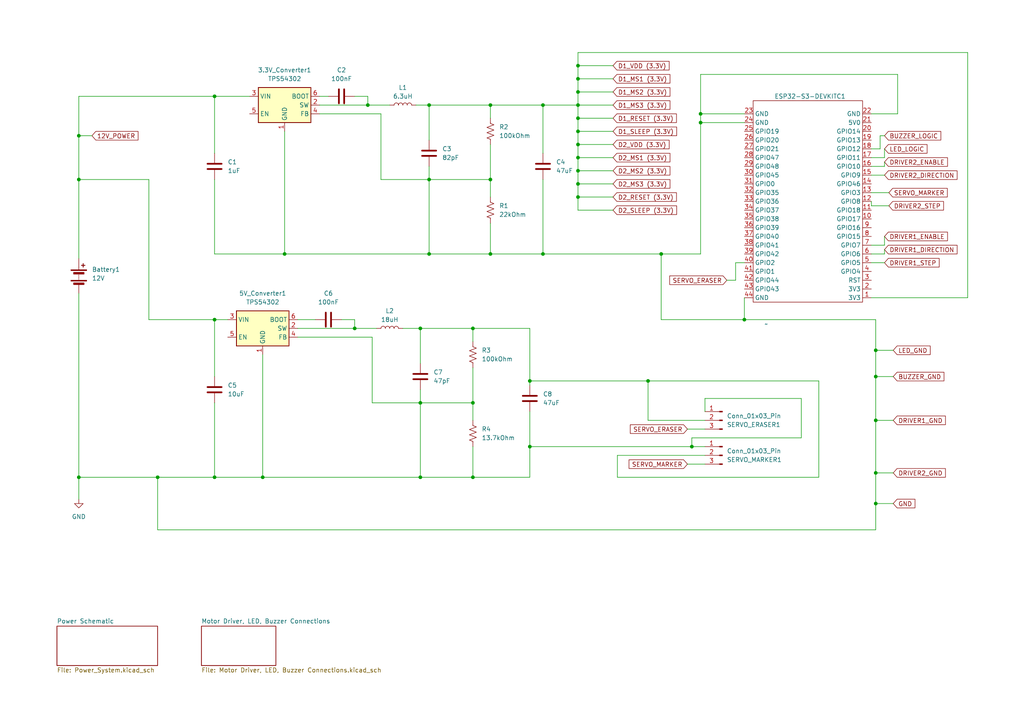
<source format=kicad_sch>
(kicad_sch (version 20230121) (generator eeschema)

  (uuid e4b3f460-295f-4fee-ba17-9157355c92e9)

  (paper "A4")

  (lib_symbols
    (symbol "Connector:Conn_01x03_Pin" (pin_names (offset 1.016) hide) (in_bom yes) (on_board yes)
      (property "Reference" "J" (at 0 5.08 0)
        (effects (font (size 1.27 1.27)))
      )
      (property "Value" "Conn_01x03_Pin" (at 0 -5.08 0)
        (effects (font (size 1.27 1.27)))
      )
      (property "Footprint" "" (at 0 0 0)
        (effects (font (size 1.27 1.27)) hide)
      )
      (property "Datasheet" "~" (at 0 0 0)
        (effects (font (size 1.27 1.27)) hide)
      )
      (property "ki_locked" "" (at 0 0 0)
        (effects (font (size 1.27 1.27)))
      )
      (property "ki_keywords" "connector" (at 0 0 0)
        (effects (font (size 1.27 1.27)) hide)
      )
      (property "ki_description" "Generic connector, single row, 01x03, script generated" (at 0 0 0)
        (effects (font (size 1.27 1.27)) hide)
      )
      (property "ki_fp_filters" "Connector*:*_1x??_*" (at 0 0 0)
        (effects (font (size 1.27 1.27)) hide)
      )
      (symbol "Conn_01x03_Pin_1_1"
        (polyline
          (pts
            (xy 1.27 -2.54)
            (xy 0.8636 -2.54)
          )
          (stroke (width 0.1524) (type default))
          (fill (type none))
        )
        (polyline
          (pts
            (xy 1.27 0)
            (xy 0.8636 0)
          )
          (stroke (width 0.1524) (type default))
          (fill (type none))
        )
        (polyline
          (pts
            (xy 1.27 2.54)
            (xy 0.8636 2.54)
          )
          (stroke (width 0.1524) (type default))
          (fill (type none))
        )
        (rectangle (start 0.8636 -2.413) (end 0 -2.667)
          (stroke (width 0.1524) (type default))
          (fill (type outline))
        )
        (rectangle (start 0.8636 0.127) (end 0 -0.127)
          (stroke (width 0.1524) (type default))
          (fill (type outline))
        )
        (rectangle (start 0.8636 2.667) (end 0 2.413)
          (stroke (width 0.1524) (type default))
          (fill (type outline))
        )
        (pin passive line (at 5.08 2.54 180) (length 3.81)
          (name "Pin_1" (effects (font (size 1.27 1.27))))
          (number "1" (effects (font (size 1.27 1.27))))
        )
        (pin passive line (at 5.08 0 180) (length 3.81)
          (name "Pin_2" (effects (font (size 1.27 1.27))))
          (number "2" (effects (font (size 1.27 1.27))))
        )
        (pin passive line (at 5.08 -2.54 180) (length 3.81)
          (name "Pin_3" (effects (font (size 1.27 1.27))))
          (number "3" (effects (font (size 1.27 1.27))))
        )
      )
    )
    (symbol "Device:Battery" (pin_numbers hide) (pin_names (offset 0) hide) (in_bom yes) (on_board yes)
      (property "Reference" "BT" (at 2.54 2.54 0)
        (effects (font (size 1.27 1.27)) (justify left))
      )
      (property "Value" "Battery" (at 2.54 0 0)
        (effects (font (size 1.27 1.27)) (justify left))
      )
      (property "Footprint" "" (at 0 1.524 90)
        (effects (font (size 1.27 1.27)) hide)
      )
      (property "Datasheet" "~" (at 0 1.524 90)
        (effects (font (size 1.27 1.27)) hide)
      )
      (property "ki_keywords" "batt voltage-source cell" (at 0 0 0)
        (effects (font (size 1.27 1.27)) hide)
      )
      (property "ki_description" "Multiple-cell battery" (at 0 0 0)
        (effects (font (size 1.27 1.27)) hide)
      )
      (symbol "Battery_0_1"
        (rectangle (start -2.286 -1.27) (end 2.286 -1.524)
          (stroke (width 0) (type default))
          (fill (type outline))
        )
        (rectangle (start -2.286 1.778) (end 2.286 1.524)
          (stroke (width 0) (type default))
          (fill (type outline))
        )
        (rectangle (start -1.524 -2.032) (end 1.524 -2.54)
          (stroke (width 0) (type default))
          (fill (type outline))
        )
        (rectangle (start -1.524 1.016) (end 1.524 0.508)
          (stroke (width 0) (type default))
          (fill (type outline))
        )
        (polyline
          (pts
            (xy 0 -1.016)
            (xy 0 -0.762)
          )
          (stroke (width 0) (type default))
          (fill (type none))
        )
        (polyline
          (pts
            (xy 0 -0.508)
            (xy 0 -0.254)
          )
          (stroke (width 0) (type default))
          (fill (type none))
        )
        (polyline
          (pts
            (xy 0 0)
            (xy 0 0.254)
          )
          (stroke (width 0) (type default))
          (fill (type none))
        )
        (polyline
          (pts
            (xy 0 1.778)
            (xy 0 2.54)
          )
          (stroke (width 0) (type default))
          (fill (type none))
        )
        (polyline
          (pts
            (xy 0.762 3.048)
            (xy 1.778 3.048)
          )
          (stroke (width 0.254) (type default))
          (fill (type none))
        )
        (polyline
          (pts
            (xy 1.27 3.556)
            (xy 1.27 2.54)
          )
          (stroke (width 0.254) (type default))
          (fill (type none))
        )
      )
      (symbol "Battery_1_1"
        (pin passive line (at 0 5.08 270) (length 2.54)
          (name "+" (effects (font (size 1.27 1.27))))
          (number "1" (effects (font (size 1.27 1.27))))
        )
        (pin passive line (at 0 -5.08 90) (length 2.54)
          (name "-" (effects (font (size 1.27 1.27))))
          (number "2" (effects (font (size 1.27 1.27))))
        )
      )
    )
    (symbol "Device:C" (pin_numbers hide) (pin_names (offset 0.254)) (in_bom yes) (on_board yes)
      (property "Reference" "C" (at 0.635 2.54 0)
        (effects (font (size 1.27 1.27)) (justify left))
      )
      (property "Value" "C" (at 0.635 -2.54 0)
        (effects (font (size 1.27 1.27)) (justify left))
      )
      (property "Footprint" "" (at 0.9652 -3.81 0)
        (effects (font (size 1.27 1.27)) hide)
      )
      (property "Datasheet" "~" (at 0 0 0)
        (effects (font (size 1.27 1.27)) hide)
      )
      (property "ki_keywords" "cap capacitor" (at 0 0 0)
        (effects (font (size 1.27 1.27)) hide)
      )
      (property "ki_description" "Unpolarized capacitor" (at 0 0 0)
        (effects (font (size 1.27 1.27)) hide)
      )
      (property "ki_fp_filters" "C_*" (at 0 0 0)
        (effects (font (size 1.27 1.27)) hide)
      )
      (symbol "C_0_1"
        (polyline
          (pts
            (xy -2.032 -0.762)
            (xy 2.032 -0.762)
          )
          (stroke (width 0.508) (type default))
          (fill (type none))
        )
        (polyline
          (pts
            (xy -2.032 0.762)
            (xy 2.032 0.762)
          )
          (stroke (width 0.508) (type default))
          (fill (type none))
        )
      )
      (symbol "C_1_1"
        (pin passive line (at 0 3.81 270) (length 2.794)
          (name "~" (effects (font (size 1.27 1.27))))
          (number "1" (effects (font (size 1.27 1.27))))
        )
        (pin passive line (at 0 -3.81 90) (length 2.794)
          (name "~" (effects (font (size 1.27 1.27))))
          (number "2" (effects (font (size 1.27 1.27))))
        )
      )
    )
    (symbol "Device:L" (pin_numbers hide) (pin_names (offset 1.016) hide) (in_bom yes) (on_board yes)
      (property "Reference" "L" (at -1.27 0 90)
        (effects (font (size 1.27 1.27)))
      )
      (property "Value" "L" (at 1.905 0 90)
        (effects (font (size 1.27 1.27)))
      )
      (property "Footprint" "" (at 0 0 0)
        (effects (font (size 1.27 1.27)) hide)
      )
      (property "Datasheet" "~" (at 0 0 0)
        (effects (font (size 1.27 1.27)) hide)
      )
      (property "ki_keywords" "inductor choke coil reactor magnetic" (at 0 0 0)
        (effects (font (size 1.27 1.27)) hide)
      )
      (property "ki_description" "Inductor" (at 0 0 0)
        (effects (font (size 1.27 1.27)) hide)
      )
      (property "ki_fp_filters" "Choke_* *Coil* Inductor_* L_*" (at 0 0 0)
        (effects (font (size 1.27 1.27)) hide)
      )
      (symbol "L_0_1"
        (arc (start 0 -2.54) (mid 0.6323 -1.905) (end 0 -1.27)
          (stroke (width 0) (type default))
          (fill (type none))
        )
        (arc (start 0 -1.27) (mid 0.6323 -0.635) (end 0 0)
          (stroke (width 0) (type default))
          (fill (type none))
        )
        (arc (start 0 0) (mid 0.6323 0.635) (end 0 1.27)
          (stroke (width 0) (type default))
          (fill (type none))
        )
        (arc (start 0 1.27) (mid 0.6323 1.905) (end 0 2.54)
          (stroke (width 0) (type default))
          (fill (type none))
        )
      )
      (symbol "L_1_1"
        (pin passive line (at 0 3.81 270) (length 1.27)
          (name "1" (effects (font (size 1.27 1.27))))
          (number "1" (effects (font (size 1.27 1.27))))
        )
        (pin passive line (at 0 -3.81 90) (length 1.27)
          (name "2" (effects (font (size 1.27 1.27))))
          (number "2" (effects (font (size 1.27 1.27))))
        )
      )
    )
    (symbol "Device:R_US" (pin_numbers hide) (pin_names (offset 0)) (in_bom yes) (on_board yes)
      (property "Reference" "R" (at 2.54 0 90)
        (effects (font (size 1.27 1.27)))
      )
      (property "Value" "R_US" (at -2.54 0 90)
        (effects (font (size 1.27 1.27)))
      )
      (property "Footprint" "" (at 1.016 -0.254 90)
        (effects (font (size 1.27 1.27)) hide)
      )
      (property "Datasheet" "~" (at 0 0 0)
        (effects (font (size 1.27 1.27)) hide)
      )
      (property "ki_keywords" "R res resistor" (at 0 0 0)
        (effects (font (size 1.27 1.27)) hide)
      )
      (property "ki_description" "Resistor, US symbol" (at 0 0 0)
        (effects (font (size 1.27 1.27)) hide)
      )
      (property "ki_fp_filters" "R_*" (at 0 0 0)
        (effects (font (size 1.27 1.27)) hide)
      )
      (symbol "R_US_0_1"
        (polyline
          (pts
            (xy 0 -2.286)
            (xy 0 -2.54)
          )
          (stroke (width 0) (type default))
          (fill (type none))
        )
        (polyline
          (pts
            (xy 0 2.286)
            (xy 0 2.54)
          )
          (stroke (width 0) (type default))
          (fill (type none))
        )
        (polyline
          (pts
            (xy 0 -0.762)
            (xy 1.016 -1.143)
            (xy 0 -1.524)
            (xy -1.016 -1.905)
            (xy 0 -2.286)
          )
          (stroke (width 0) (type default))
          (fill (type none))
        )
        (polyline
          (pts
            (xy 0 0.762)
            (xy 1.016 0.381)
            (xy 0 0)
            (xy -1.016 -0.381)
            (xy 0 -0.762)
          )
          (stroke (width 0) (type default))
          (fill (type none))
        )
        (polyline
          (pts
            (xy 0 2.286)
            (xy 1.016 1.905)
            (xy 0 1.524)
            (xy -1.016 1.143)
            (xy 0 0.762)
          )
          (stroke (width 0) (type default))
          (fill (type none))
        )
      )
      (symbol "R_US_1_1"
        (pin passive line (at 0 3.81 270) (length 1.27)
          (name "~" (effects (font (size 1.27 1.27))))
          (number "1" (effects (font (size 1.27 1.27))))
        )
        (pin passive line (at 0 -3.81 90) (length 1.27)
          (name "~" (effects (font (size 1.27 1.27))))
          (number "2" (effects (font (size 1.27 1.27))))
        )
      )
    )
    (symbol "RF_Module:ESP32-S3-DEVKITC" (in_bom yes) (on_board yes)
      (property "Reference" "ESP32-S3-DEVKITC" (at 12.7 66.04 0)
        (effects (font (size 1.27 1.27)))
      )
      (property "Value" "~" (at 0 0 0)
        (effects (font (size 1.27 1.27)))
      )
      (property "Footprint" "" (at 0 0 0)
        (effects (font (size 1.27 1.27)) hide)
      )
      (property "Datasheet" "" (at 0 0 0)
        (effects (font (size 1.27 1.27)) hide)
      )
      (symbol "ESP32-S3-DEVKITC_1_1"
        (rectangle (start -3.81 64.77) (end 27.94 6.35)
          (stroke (width 0) (type default))
          (fill (type none))
        )
        (pin power_in line (at 30.48 7.62 180) (length 2.54)
          (name "3V3" (effects (font (size 1.27 1.27))))
          (number "1" (effects (font (size 1.27 1.27))))
        )
        (pin bidirectional line (at 30.48 30.48 180) (length 2.54)
          (name "GPIO17" (effects (font (size 1.27 1.27))))
          (number "10" (effects (font (size 1.27 1.27))))
        )
        (pin bidirectional line (at 30.48 33.02 180) (length 2.54)
          (name "GPIO18" (effects (font (size 1.27 1.27))))
          (number "11" (effects (font (size 1.27 1.27))))
        )
        (pin bidirectional line (at 30.48 35.56 180) (length 2.54)
          (name "GPIO8" (effects (font (size 1.27 1.27))))
          (number "12" (effects (font (size 1.27 1.27))))
        )
        (pin bidirectional line (at 30.48 38.1 180) (length 2.54)
          (name "GPIO3" (effects (font (size 1.27 1.27))))
          (number "13" (effects (font (size 1.27 1.27))))
        )
        (pin bidirectional line (at 30.48 40.64 180) (length 2.54)
          (name "GPIO46" (effects (font (size 1.27 1.27))))
          (number "14" (effects (font (size 1.27 1.27))))
        )
        (pin bidirectional line (at 30.48 43.18 180) (length 2.54)
          (name "GPIO9" (effects (font (size 1.27 1.27))))
          (number "15" (effects (font (size 1.27 1.27))))
        )
        (pin bidirectional line (at 30.48 45.72 180) (length 2.54)
          (name "GPIO10" (effects (font (size 1.27 1.27))))
          (number "16" (effects (font (size 1.27 1.27))))
        )
        (pin bidirectional line (at 30.48 48.26 180) (length 2.54)
          (name "GPIO11" (effects (font (size 1.27 1.27))))
          (number "17" (effects (font (size 1.27 1.27))))
        )
        (pin bidirectional line (at 30.48 50.8 180) (length 2.54)
          (name "GPIO12" (effects (font (size 1.27 1.27))))
          (number "18" (effects (font (size 1.27 1.27))))
        )
        (pin bidirectional line (at 30.48 53.34 180) (length 2.54)
          (name "GPIO13" (effects (font (size 1.27 1.27))))
          (number "19" (effects (font (size 1.27 1.27))))
        )
        (pin power_in line (at 30.48 10.16 180) (length 2.54)
          (name "3V3" (effects (font (size 1.27 1.27))))
          (number "2" (effects (font (size 1.27 1.27))))
        )
        (pin bidirectional line (at 30.48 55.88 180) (length 2.54)
          (name "GPIO14" (effects (font (size 1.27 1.27))))
          (number "20" (effects (font (size 1.27 1.27))))
        )
        (pin input line (at 30.48 58.42 180) (length 2.54)
          (name "5V0" (effects (font (size 1.27 1.27))))
          (number "21" (effects (font (size 1.27 1.27))))
        )
        (pin power_in line (at 30.48 60.96 180) (length 2.54)
          (name "GND" (effects (font (size 1.27 1.27))))
          (number "22" (effects (font (size 1.27 1.27))))
        )
        (pin power_in line (at -6.35 60.96 0) (length 2.54)
          (name "GND" (effects (font (size 1.27 1.27))))
          (number "23" (effects (font (size 1.27 1.27))))
        )
        (pin power_in line (at -6.35 58.42 0) (length 2.54)
          (name "GND" (effects (font (size 1.27 1.27))))
          (number "24" (effects (font (size 1.27 1.27))))
        )
        (pin bidirectional line (at -6.35 55.88 0) (length 2.54)
          (name "GPIO19" (effects (font (size 1.27 1.27))))
          (number "25" (effects (font (size 1.27 1.27))))
        )
        (pin bidirectional line (at -6.35 53.34 0) (length 2.54)
          (name "GPIO20" (effects (font (size 1.27 1.27))))
          (number "26" (effects (font (size 1.27 1.27))))
        )
        (pin bidirectional line (at -6.35 50.8 0) (length 2.54)
          (name "GPIO21" (effects (font (size 1.27 1.27))))
          (number "27" (effects (font (size 1.27 1.27))))
        )
        (pin bidirectional line (at -6.35 48.26 0) (length 2.54)
          (name "GPIO47" (effects (font (size 1.27 1.27))))
          (number "28" (effects (font (size 1.27 1.27))))
        )
        (pin bidirectional line (at -6.35 45.72 0) (length 2.54)
          (name "GPIO48" (effects (font (size 1.27 1.27))))
          (number "29" (effects (font (size 1.27 1.27))))
        )
        (pin input line (at 30.48 12.7 180) (length 2.54)
          (name "RST" (effects (font (size 1.27 1.27))))
          (number "3" (effects (font (size 1.27 1.27))))
        )
        (pin bidirectional line (at -6.35 43.18 0) (length 2.54)
          (name "GPIO45" (effects (font (size 1.27 1.27))))
          (number "30" (effects (font (size 1.27 1.27))))
        )
        (pin bidirectional line (at -6.35 40.64 0) (length 2.54)
          (name "GPIO0" (effects (font (size 1.27 1.27))))
          (number "31" (effects (font (size 1.27 1.27))))
        )
        (pin bidirectional line (at -6.35 38.1 0) (length 2.54)
          (name "GPIO35" (effects (font (size 1.27 1.27))))
          (number "32" (effects (font (size 1.27 1.27))))
        )
        (pin bidirectional line (at -6.35 35.56 0) (length 2.54)
          (name "GPIO36" (effects (font (size 1.27 1.27))))
          (number "33" (effects (font (size 1.27 1.27))))
        )
        (pin bidirectional line (at -6.35 33.02 0) (length 2.54)
          (name "GPIO37" (effects (font (size 1.27 1.27))))
          (number "34" (effects (font (size 1.27 1.27))))
        )
        (pin bidirectional line (at -6.35 30.48 0) (length 2.54)
          (name "GPIO38" (effects (font (size 1.27 1.27))))
          (number "35" (effects (font (size 1.27 1.27))))
        )
        (pin bidirectional line (at -6.35 27.94 0) (length 2.54)
          (name "GPIO39" (effects (font (size 1.27 1.27))))
          (number "36" (effects (font (size 1.27 1.27))))
        )
        (pin bidirectional line (at -6.35 25.4 0) (length 2.54)
          (name "GPIO40" (effects (font (size 1.27 1.27))))
          (number "37" (effects (font (size 1.27 1.27))))
        )
        (pin bidirectional line (at -6.35 22.86 0) (length 2.54)
          (name "GPIO41" (effects (font (size 1.27 1.27))))
          (number "38" (effects (font (size 1.27 1.27))))
        )
        (pin bidirectional line (at -6.35 20.32 0) (length 2.54)
          (name "GPIO42" (effects (font (size 1.27 1.27))))
          (number "39" (effects (font (size 1.27 1.27))))
        )
        (pin bidirectional line (at 30.48 15.24 180) (length 2.54)
          (name "GPIO4" (effects (font (size 1.27 1.27))))
          (number "4" (effects (font (size 1.27 1.27))))
        )
        (pin bidirectional line (at -6.35 17.78 0) (length 2.54)
          (name "GPIO2" (effects (font (size 1.27 1.27))))
          (number "40" (effects (font (size 1.27 1.27))))
        )
        (pin bidirectional line (at -6.35 15.24 0) (length 2.54)
          (name "GPIO1" (effects (font (size 1.27 1.27))))
          (number "41" (effects (font (size 1.27 1.27))))
        )
        (pin bidirectional line (at -6.35 12.7 0) (length 2.54)
          (name "GPIO44" (effects (font (size 1.27 1.27))))
          (number "42" (effects (font (size 1.27 1.27))))
        )
        (pin bidirectional line (at -6.35 10.16 0) (length 2.54)
          (name "GPIO43" (effects (font (size 1.27 1.27))))
          (number "43" (effects (font (size 1.27 1.27))))
        )
        (pin power_in line (at -6.35 7.62 0) (length 2.54)
          (name "GND" (effects (font (size 1.27 1.27))))
          (number "44" (effects (font (size 1.27 1.27))))
        )
        (pin bidirectional line (at 30.48 17.78 180) (length 2.54)
          (name "GPIO5" (effects (font (size 1.27 1.27))))
          (number "5" (effects (font (size 1.27 1.27))))
        )
        (pin bidirectional line (at 30.48 20.32 180) (length 2.54)
          (name "GPIO6" (effects (font (size 1.27 1.27))))
          (number "6" (effects (font (size 1.27 1.27))))
        )
        (pin bidirectional line (at 30.48 22.86 180) (length 2.54)
          (name "GPIO7" (effects (font (size 1.27 1.27))))
          (number "7" (effects (font (size 1.27 1.27))))
        )
        (pin bidirectional line (at 30.48 25.4 180) (length 2.54)
          (name "GPIO15" (effects (font (size 1.27 1.27))))
          (number "8" (effects (font (size 1.27 1.27))))
        )
        (pin bidirectional line (at 30.48 27.94 180) (length 2.54)
          (name "GPIO16" (effects (font (size 1.27 1.27))))
          (number "9" (effects (font (size 1.27 1.27))))
        )
      )
    )
    (symbol "Regulator_Switching:TPS54302" (in_bom yes) (on_board yes)
      (property "Reference" "U" (at -7.62 6.35 0)
        (effects (font (size 1.27 1.27)) (justify left))
      )
      (property "Value" "TPS54302" (at 0 6.35 0)
        (effects (font (size 1.27 1.27)) (justify left))
      )
      (property "Footprint" "Package_TO_SOT_SMD:SOT-23-6" (at 1.27 -8.89 0)
        (effects (font (size 1.27 1.27)) (justify left) hide)
      )
      (property "Datasheet" "http://www.ti.com/lit/ds/symlink/tps54302.pdf" (at -7.62 8.89 0)
        (effects (font (size 1.27 1.27)) hide)
      )
      (property "ki_keywords" "switching buck converter power-supply voltage regulator emi spread spectrum" (at 0 0 0)
        (effects (font (size 1.27 1.27)) hide)
      )
      (property "ki_description" "3A, 4.5 to 28V Input, EMI Friendly integrated switch synchronous step-down regulator, pulse-skipping, SOT-23-6" (at 0 0 0)
        (effects (font (size 1.27 1.27)) hide)
      )
      (property "ki_fp_filters" "SOT?23*" (at 0 0 0)
        (effects (font (size 1.27 1.27)) hide)
      )
      (symbol "TPS54302_0_1"
        (rectangle (start -7.62 5.08) (end 7.62 -5.08)
          (stroke (width 0.254) (type default))
          (fill (type background))
        )
      )
      (symbol "TPS54302_1_1"
        (pin power_in line (at 0 -7.62 90) (length 2.54)
          (name "GND" (effects (font (size 1.27 1.27))))
          (number "1" (effects (font (size 1.27 1.27))))
        )
        (pin power_out line (at 10.16 0 180) (length 2.54)
          (name "SW" (effects (font (size 1.27 1.27))))
          (number "2" (effects (font (size 1.27 1.27))))
        )
        (pin power_in line (at -10.16 2.54 0) (length 2.54)
          (name "VIN" (effects (font (size 1.27 1.27))))
          (number "3" (effects (font (size 1.27 1.27))))
        )
        (pin input line (at 10.16 -2.54 180) (length 2.54)
          (name "FB" (effects (font (size 1.27 1.27))))
          (number "4" (effects (font (size 1.27 1.27))))
        )
        (pin input line (at -10.16 -2.54 0) (length 2.54)
          (name "EN" (effects (font (size 1.27 1.27))))
          (number "5" (effects (font (size 1.27 1.27))))
        )
        (pin passive line (at 10.16 2.54 180) (length 2.54)
          (name "BOOT" (effects (font (size 1.27 1.27))))
          (number "6" (effects (font (size 1.27 1.27))))
        )
      )
    )
    (symbol "power:GND" (power) (pin_names (offset 0)) (in_bom yes) (on_board yes)
      (property "Reference" "#PWR" (at 0 -6.35 0)
        (effects (font (size 1.27 1.27)) hide)
      )
      (property "Value" "GND" (at 0 -3.81 0)
        (effects (font (size 1.27 1.27)))
      )
      (property "Footprint" "" (at 0 0 0)
        (effects (font (size 1.27 1.27)) hide)
      )
      (property "Datasheet" "" (at 0 0 0)
        (effects (font (size 1.27 1.27)) hide)
      )
      (property "ki_keywords" "global power" (at 0 0 0)
        (effects (font (size 1.27 1.27)) hide)
      )
      (property "ki_description" "Power symbol creates a global label with name \"GND\" , ground" (at 0 0 0)
        (effects (font (size 1.27 1.27)) hide)
      )
      (symbol "GND_0_1"
        (polyline
          (pts
            (xy 0 0)
            (xy 0 -1.27)
            (xy 1.27 -1.27)
            (xy 0 -2.54)
            (xy -1.27 -1.27)
            (xy 0 -1.27)
          )
          (stroke (width 0) (type default))
          (fill (type none))
        )
      )
      (symbol "GND_1_1"
        (pin power_in line (at 0 0 270) (length 0) hide
          (name "GND" (effects (font (size 1.27 1.27))))
          (number "1" (effects (font (size 1.27 1.27))))
        )
      )
    )
  )

  (junction (at 254 146.05) (diameter 0) (color 0 0 0 0)
    (uuid 05653bea-d3c1-4f48-be26-618883d253c3)
  )
  (junction (at 254 109.22) (diameter 0) (color 0 0 0 0)
    (uuid 07253495-e063-4c28-8369-5cb417e303ca)
  )
  (junction (at 157.48 30.48) (diameter 0) (color 0 0 0 0)
    (uuid 07c34b51-9444-461b-8f7f-fd03e3358423)
  )
  (junction (at 137.16 138.43) (diameter 0) (color 0 0 0 0)
    (uuid 0a293e04-3f30-4abb-b8cf-13ed7ca9b4d1)
  )
  (junction (at 45.72 138.43) (diameter 0) (color 0 0 0 0)
    (uuid 0acb0d7f-0a0c-42e5-bec7-5e2edececdbc)
  )
  (junction (at 106.68 30.48) (diameter 0) (color 0 0 0 0)
    (uuid 0be5bc7a-bc8f-4f1b-8b5f-f40e01ae166b)
  )
  (junction (at 62.23 138.43) (diameter 0) (color 0 0 0 0)
    (uuid 0bf464ff-ada8-412a-9ced-cc6e4de5b2c8)
  )
  (junction (at 203.2 33.02) (diameter 0) (color 0 0 0 0)
    (uuid 12d6187b-dad1-4760-a658-cbfa4f44e21d)
  )
  (junction (at 167.64 34.29) (diameter 0) (color 0 0 0 0)
    (uuid 1975e44a-601a-4a39-84fa-9ba65d6dd8ec)
  )
  (junction (at 121.92 138.43) (diameter 0) (color 0 0 0 0)
    (uuid 2b2e4b81-47f2-43ca-87f1-959326aab7e0)
  )
  (junction (at 167.64 26.67) (diameter 0) (color 0 0 0 0)
    (uuid 33e9ff18-ca34-4eb9-921a-92bd7d1eac5a)
  )
  (junction (at 22.86 138.43) (diameter 0) (color 0 0 0 0)
    (uuid 3d36c81a-edf8-4e1d-b6de-2a4e1868996d)
  )
  (junction (at 153.67 110.49) (diameter 0) (color 0 0 0 0)
    (uuid 3e387308-4756-4a83-8a44-e73e2e65e581)
  )
  (junction (at 121.92 95.25) (diameter 0) (color 0 0 0 0)
    (uuid 41063d93-e244-4ebc-b479-1aa9e9cbc7bf)
  )
  (junction (at 137.16 95.25) (diameter 0) (color 0 0 0 0)
    (uuid 411624a1-cc5b-4efc-8f90-c99cfe4e9a9c)
  )
  (junction (at 102.87 95.25) (diameter 0) (color 0 0 0 0)
    (uuid 41d4ef69-47d2-45c0-9d1f-28ac662479ad)
  )
  (junction (at 167.64 38.1) (diameter 0) (color 0 0 0 0)
    (uuid 4200e82d-a8d2-4717-8e52-aeae820ea5a1)
  )
  (junction (at 153.67 129.54) (diameter 0) (color 0 0 0 0)
    (uuid 49a654bc-78f7-4d0e-9720-4e9caf85f901)
  )
  (junction (at 167.64 41.91) (diameter 0) (color 0 0 0 0)
    (uuid 4d88d260-e9f1-4aac-ac4d-646d03d087a2)
  )
  (junction (at 142.24 30.48) (diameter 0) (color 0 0 0 0)
    (uuid 53cadde7-75cf-4a61-b3eb-6aa9255da01e)
  )
  (junction (at 62.23 27.94) (diameter 0) (color 0 0 0 0)
    (uuid 55e8d15a-75cb-48f9-acf4-ba1297452e46)
  )
  (junction (at 137.16 116.84) (diameter 0) (color 0 0 0 0)
    (uuid 5bf91176-577c-499b-9b14-19f8775473d4)
  )
  (junction (at 142.24 52.07) (diameter 0) (color 0 0 0 0)
    (uuid 6859b9fa-0831-4179-abf3-bf89fe709b85)
  )
  (junction (at 121.92 116.84) (diameter 0) (color 0 0 0 0)
    (uuid 6ccc6fc6-d717-48e6-9f43-3ef815f13c59)
  )
  (junction (at 167.64 53.34) (diameter 0) (color 0 0 0 0)
    (uuid 7bb13d68-4906-422b-b602-a4acf046e69b)
  )
  (junction (at 157.48 73.66) (diameter 0) (color 0 0 0 0)
    (uuid 890213f0-2265-4fa3-981d-747a961f4e78)
  )
  (junction (at 254 137.16) (diameter 0) (color 0 0 0 0)
    (uuid 8ad9554c-e7e9-4285-8684-b56d388f42db)
  )
  (junction (at 254 101.6) (diameter 0) (color 0 0 0 0)
    (uuid 8bf494be-31e1-496d-8205-87684d0036f2)
  )
  (junction (at 22.86 52.07) (diameter 0) (color 0 0 0 0)
    (uuid 8f59e00c-1fcb-449a-ae98-d891a19edf04)
  )
  (junction (at 254 121.92) (diameter 0) (color 0 0 0 0)
    (uuid 9178aaac-37e1-4d54-8e70-1548e251b0ea)
  )
  (junction (at 215.9 92.71) (diameter 0) (color 0 0 0 0)
    (uuid 97962f4f-41d6-4baa-9ffc-df105a5ef47c)
  )
  (junction (at 167.64 19.05) (diameter 0) (color 0 0 0 0)
    (uuid 9e03f9b8-897c-4dec-a94d-90e9b6f8ad9c)
  )
  (junction (at 167.64 22.86) (diameter 0) (color 0 0 0 0)
    (uuid b18867b6-8cb5-4376-a509-0d59577035c5)
  )
  (junction (at 167.64 57.15) (diameter 0) (color 0 0 0 0)
    (uuid b7baaeeb-289c-460e-83c0-5233d9f4f053)
  )
  (junction (at 200.66 129.54) (diameter 0) (color 0 0 0 0)
    (uuid bb530b1e-994c-4cab-b9f5-1199bf22d864)
  )
  (junction (at 124.46 52.07) (diameter 0) (color 0 0 0 0)
    (uuid bde103f5-3426-4193-ba74-cd08c82fb19a)
  )
  (junction (at 191.77 73.66) (diameter 0) (color 0 0 0 0)
    (uuid bde8a24a-598e-4564-bf71-08d2f6b4ba55)
  )
  (junction (at 124.46 73.66) (diameter 0) (color 0 0 0 0)
    (uuid c58491db-f729-4c4c-8634-ff7900f87729)
  )
  (junction (at 62.23 92.71) (diameter 0) (color 0 0 0 0)
    (uuid cd80d8a2-c369-4f9d-89b5-5e9e42583ef2)
  )
  (junction (at 142.24 73.66) (diameter 0) (color 0 0 0 0)
    (uuid cd8f225f-0a44-40c5-9c12-2dbbadb160f1)
  )
  (junction (at 167.64 30.48) (diameter 0) (color 0 0 0 0)
    (uuid cf378fd0-546a-40fb-bf3a-982cc7c1bcf9)
  )
  (junction (at 187.96 110.49) (diameter 0) (color 0 0 0 0)
    (uuid d16b2c44-c4c8-4f77-a043-25e31f386ad9)
  )
  (junction (at 82.55 73.66) (diameter 0) (color 0 0 0 0)
    (uuid dac69aa1-7e1e-4e0c-9ac1-e321ee2a5bed)
  )
  (junction (at 167.64 45.72) (diameter 0) (color 0 0 0 0)
    (uuid e8a9a9f3-7650-4786-bee4-6a8288ad20d1)
  )
  (junction (at 203.2 35.56) (diameter 0) (color 0 0 0 0)
    (uuid e9f64899-0c20-4eea-8556-0623df0e84f2)
  )
  (junction (at 124.46 30.48) (diameter 0) (color 0 0 0 0)
    (uuid f099c1f9-2e6e-4a2c-b7a2-7b259c5f1129)
  )
  (junction (at 22.86 39.37) (diameter 0) (color 0 0 0 0)
    (uuid f316584f-cb54-44de-9b39-7ba33e17e031)
  )
  (junction (at 167.64 49.53) (diameter 0) (color 0 0 0 0)
    (uuid fad782b7-509a-4cd3-9ff0-2c91b5472699)
  )
  (junction (at 76.2 138.43) (diameter 0) (color 0 0 0 0)
    (uuid fcbc7233-c908-4e92-8ad5-ed152e33034b)
  )

  (wire (pts (xy 22.86 52.07) (xy 22.86 39.37))
    (stroke (width 0) (type default))
    (uuid 0023acae-dd62-4e27-853b-13b127f656c9)
  )
  (wire (pts (xy 167.64 38.1) (xy 167.64 41.91))
    (stroke (width 0) (type default))
    (uuid 005b2620-458f-42a5-8f87-5d852ae4783b)
  )
  (wire (pts (xy 167.64 45.72) (xy 167.64 49.53))
    (stroke (width 0) (type default))
    (uuid 0257d937-3d22-435d-9e76-7f41bbb342e5)
  )
  (wire (pts (xy 137.16 116.84) (xy 121.92 116.84))
    (stroke (width 0) (type default))
    (uuid 03482f07-32bd-42af-9c0a-9b45f5d9cdb5)
  )
  (wire (pts (xy 256.54 48.26) (xy 252.73 48.26))
    (stroke (width 0) (type default))
    (uuid 04ce310e-8f8a-4d33-a8c8-693e9a30a7e8)
  )
  (wire (pts (xy 167.64 34.29) (xy 167.64 38.1))
    (stroke (width 0) (type default))
    (uuid 04eafba7-e00b-474d-b066-bd638c67eb8f)
  )
  (wire (pts (xy 199.39 134.62) (xy 204.47 134.62))
    (stroke (width 0) (type default))
    (uuid 052eb0cd-e953-4133-a3ff-cf5cf5fd5c18)
  )
  (wire (pts (xy 254 109.22) (xy 254 121.92))
    (stroke (width 0) (type default))
    (uuid 08577540-b6dc-4f1f-bb9f-e6be89ce9645)
  )
  (wire (pts (xy 153.67 119.38) (xy 153.67 129.54))
    (stroke (width 0) (type default))
    (uuid 08db9943-42bb-4ddd-9eee-96ad557cbf77)
  )
  (wire (pts (xy 254 101.6) (xy 259.08 101.6))
    (stroke (width 0) (type default))
    (uuid 09b7608d-a06c-45a2-b258-06ae6a349e32)
  )
  (wire (pts (xy 102.87 95.25) (xy 109.22 95.25))
    (stroke (width 0) (type default))
    (uuid 0b842f89-d91d-47c8-a8ff-29c8f0631163)
  )
  (wire (pts (xy 62.23 92.71) (xy 43.18 92.71))
    (stroke (width 0) (type default))
    (uuid 0dbd6552-8fe1-4838-9aa3-20ad5613674f)
  )
  (wire (pts (xy 254 137.16) (xy 259.08 137.16))
    (stroke (width 0) (type default))
    (uuid 0e57bb85-da79-41e8-bc69-c1e93ae4549c)
  )
  (wire (pts (xy 167.64 15.24) (xy 280.67 15.24))
    (stroke (width 0) (type default))
    (uuid 0f4b5899-85a5-47a1-b3b3-5c3c9945bc41)
  )
  (wire (pts (xy 167.64 41.91) (xy 177.8 41.91))
    (stroke (width 0) (type default))
    (uuid 11aa2447-d77c-4ee9-8044-4c41979e8fd1)
  )
  (wire (pts (xy 153.67 110.49) (xy 153.67 111.76))
    (stroke (width 0) (type default))
    (uuid 1206f336-1bc6-43a2-82cf-6ce7a360b55b)
  )
  (wire (pts (xy 167.64 19.05) (xy 167.64 22.86))
    (stroke (width 0) (type default))
    (uuid 1502fc77-9177-43b6-9203-a11f5d1349c1)
  )
  (wire (pts (xy 124.46 30.48) (xy 124.46 40.64))
    (stroke (width 0) (type default))
    (uuid 1a6051b5-6370-4d12-bc88-d8fdc4cde155)
  )
  (wire (pts (xy 153.67 129.54) (xy 153.67 138.43))
    (stroke (width 0) (type default))
    (uuid 1ad8ab92-1e8f-4d44-ab13-f3e11124a2c2)
  )
  (wire (pts (xy 110.49 33.02) (xy 110.49 52.07))
    (stroke (width 0) (type default))
    (uuid 1c976b00-afc0-49fe-b049-12e1ba35625a)
  )
  (wire (pts (xy 86.36 92.71) (xy 91.44 92.71))
    (stroke (width 0) (type default))
    (uuid 1c9dbc88-b2c6-4ba9-b1d6-db289ad5cdd3)
  )
  (wire (pts (xy 107.95 116.84) (xy 121.92 116.84))
    (stroke (width 0) (type default))
    (uuid 1da740e9-8449-406d-82b8-0f47dac4b959)
  )
  (wire (pts (xy 137.16 129.54) (xy 137.16 138.43))
    (stroke (width 0) (type default))
    (uuid 246315e9-aafa-4b09-b226-d0c5b9c4bcbb)
  )
  (wire (pts (xy 142.24 73.66) (xy 157.48 73.66))
    (stroke (width 0) (type default))
    (uuid 248ec97a-189d-466c-a952-ec327ca26c1e)
  )
  (wire (pts (xy 82.55 73.66) (xy 124.46 73.66))
    (stroke (width 0) (type default))
    (uuid 253c8a64-a28f-4411-bb05-edd94f753672)
  )
  (wire (pts (xy 215.9 33.02) (xy 203.2 33.02))
    (stroke (width 0) (type default))
    (uuid 260526b1-f770-418b-bb76-2a1c831b41d4)
  )
  (wire (pts (xy 62.23 73.66) (xy 82.55 73.66))
    (stroke (width 0) (type default))
    (uuid 26c1901c-6eef-4c1c-b820-48a876f48b29)
  )
  (wire (pts (xy 213.36 81.28) (xy 213.36 76.2))
    (stroke (width 0) (type default))
    (uuid 26ff2de3-de66-4b42-acf5-b1de60b32225)
  )
  (wire (pts (xy 167.64 53.34) (xy 167.64 57.15))
    (stroke (width 0) (type default))
    (uuid 27788ee4-c1c1-4b29-979e-35eebf0f9193)
  )
  (wire (pts (xy 110.49 52.07) (xy 124.46 52.07))
    (stroke (width 0) (type default))
    (uuid 27bf7113-5e0a-4b6f-a5d1-ba3ad6c7ba57)
  )
  (wire (pts (xy 210.82 81.28) (xy 213.36 81.28))
    (stroke (width 0) (type default))
    (uuid 287d8184-0c37-4917-bf25-86a671e5781f)
  )
  (wire (pts (xy 124.46 48.26) (xy 124.46 52.07))
    (stroke (width 0) (type default))
    (uuid 2921a665-9793-4772-bbe5-1ddad7625117)
  )
  (wire (pts (xy 256.54 71.12) (xy 252.73 71.12))
    (stroke (width 0) (type default))
    (uuid 29a1ecc9-d6bf-4e3d-bfa8-849c58d9e468)
  )
  (wire (pts (xy 199.39 124.46) (xy 204.47 124.46))
    (stroke (width 0) (type default))
    (uuid 29b613b3-3d38-4366-9af4-f495e7492c1a)
  )
  (wire (pts (xy 191.77 73.66) (xy 203.2 73.66))
    (stroke (width 0) (type default))
    (uuid 2a16f63b-d339-4d76-bda2-0f431feed601)
  )
  (wire (pts (xy 102.87 27.94) (xy 106.68 27.94))
    (stroke (width 0) (type default))
    (uuid 2a1b8383-88f7-4cd7-8b2d-d776b9739bf1)
  )
  (wire (pts (xy 86.36 95.25) (xy 102.87 95.25))
    (stroke (width 0) (type default))
    (uuid 2c25d0e2-1dd8-4f99-b911-fda8a6cd6176)
  )
  (wire (pts (xy 256.54 68.58) (xy 256.54 71.12))
    (stroke (width 0) (type default))
    (uuid 2e063f3c-650c-40f3-a2c1-50a3b297d14d)
  )
  (wire (pts (xy 153.67 129.54) (xy 200.66 129.54))
    (stroke (width 0) (type default))
    (uuid 2ee3964d-e8ae-47e0-b406-59ef1c0b5cfd)
  )
  (wire (pts (xy 256.54 39.37) (xy 255.27 39.37))
    (stroke (width 0) (type default))
    (uuid 32224d6e-2015-40fa-96c0-40ee668b1827)
  )
  (wire (pts (xy 62.23 116.84) (xy 62.23 138.43))
    (stroke (width 0) (type default))
    (uuid 322bd759-3fd9-41c5-9408-f515fe757075)
  )
  (wire (pts (xy 232.41 115.57) (xy 232.41 127))
    (stroke (width 0) (type default))
    (uuid 32adb7c3-b2f1-4572-83bb-30317e3b7da8)
  )
  (wire (pts (xy 106.68 27.94) (xy 106.68 30.48))
    (stroke (width 0) (type default))
    (uuid 367c36d5-59de-4eb2-8e89-dc837a300e5b)
  )
  (wire (pts (xy 204.47 121.92) (xy 187.96 121.92))
    (stroke (width 0) (type default))
    (uuid 3689d883-3c03-4eda-bcbd-2fc87f2f815e)
  )
  (wire (pts (xy 252.73 59.69) (xy 252.73 58.42))
    (stroke (width 0) (type default))
    (uuid 39e49b25-4725-4a1d-ab91-880b3b0fc8ed)
  )
  (wire (pts (xy 204.47 115.57) (xy 232.41 115.57))
    (stroke (width 0) (type default))
    (uuid 3af1bfee-4107-4472-a66e-03302af49de3)
  )
  (wire (pts (xy 22.86 39.37) (xy 22.86 27.94))
    (stroke (width 0) (type default))
    (uuid 3c8dbfbe-766d-4c3c-99e7-daafe99a8ada)
  )
  (wire (pts (xy 22.86 74.93) (xy 22.86 52.07))
    (stroke (width 0) (type default))
    (uuid 3d4a5184-a787-4ba4-bb8e-e91a6db9fc1e)
  )
  (wire (pts (xy 255.27 39.37) (xy 255.27 43.18))
    (stroke (width 0) (type default))
    (uuid 3fcd34cd-c78c-4288-bbbd-98860f164e18)
  )
  (wire (pts (xy 76.2 102.87) (xy 76.2 138.43))
    (stroke (width 0) (type default))
    (uuid 4550ffa2-15fe-476e-8f74-03a15ab2ed2f)
  )
  (wire (pts (xy 191.77 92.71) (xy 215.9 92.71))
    (stroke (width 0) (type default))
    (uuid 47a7ba1c-c4d5-41a4-8e00-a8915728efa6)
  )
  (wire (pts (xy 153.67 95.25) (xy 153.67 110.49))
    (stroke (width 0) (type default))
    (uuid 4cd90edd-fa1d-4c05-a99b-d4a9db4dcdaf)
  )
  (wire (pts (xy 142.24 41.91) (xy 142.24 52.07))
    (stroke (width 0) (type default))
    (uuid 5062abf1-30d4-4702-8c0d-eb0cea830881)
  )
  (wire (pts (xy 254 137.16) (xy 254 146.05))
    (stroke (width 0) (type default))
    (uuid 509733a0-a7e3-418d-aaea-8e3eaa5da254)
  )
  (wire (pts (xy 187.96 110.49) (xy 237.49 110.49))
    (stroke (width 0) (type default))
    (uuid 53717273-d0b2-4074-9e18-5dcd28161545)
  )
  (wire (pts (xy 203.2 21.59) (xy 203.2 33.02))
    (stroke (width 0) (type default))
    (uuid 53865a22-8975-4f08-9a26-6edf0ae7d204)
  )
  (wire (pts (xy 167.64 41.91) (xy 167.64 45.72))
    (stroke (width 0) (type default))
    (uuid 53f469ee-3bb3-460f-af34-7d98093e0671)
  )
  (wire (pts (xy 213.36 76.2) (xy 215.9 76.2))
    (stroke (width 0) (type default))
    (uuid 55481a51-530c-4a19-84b7-a43631ee2f03)
  )
  (wire (pts (xy 121.92 138.43) (xy 121.92 116.84))
    (stroke (width 0) (type default))
    (uuid 56ec9dde-83b7-4eea-b8eb-beec8e6008ff)
  )
  (wire (pts (xy 45.72 153.67) (xy 45.72 138.43))
    (stroke (width 0) (type default))
    (uuid 5ab329cb-6527-4915-8e40-ae574d0667cc)
  )
  (wire (pts (xy 137.16 106.68) (xy 137.16 116.84))
    (stroke (width 0) (type default))
    (uuid 5ab34b03-40f1-4d78-b93b-2b667811e66b)
  )
  (wire (pts (xy 142.24 30.48) (xy 124.46 30.48))
    (stroke (width 0) (type default))
    (uuid 5cbd2826-8dc9-4c23-9743-c772ea29e51f)
  )
  (wire (pts (xy 256.54 73.66) (xy 252.73 73.66))
    (stroke (width 0) (type default))
    (uuid 5cd0cfb7-afac-4ef8-b239-deb39552d77a)
  )
  (wire (pts (xy 254 121.92) (xy 259.08 121.92))
    (stroke (width 0) (type default))
    (uuid 5f367e0e-17a4-46ff-a60b-cb13ac15ac10)
  )
  (wire (pts (xy 106.68 30.48) (xy 113.03 30.48))
    (stroke (width 0) (type default))
    (uuid 631b57e9-4c46-42a7-b816-07a3bf84150d)
  )
  (wire (pts (xy 167.64 49.53) (xy 167.64 53.34))
    (stroke (width 0) (type default))
    (uuid 635eb070-5125-4b4b-a8e7-02e5aa8bbf14)
  )
  (wire (pts (xy 124.46 73.66) (xy 124.46 52.07))
    (stroke (width 0) (type default))
    (uuid 66c50843-bca1-4661-8bb0-2f0e24369109)
  )
  (wire (pts (xy 203.2 35.56) (xy 215.9 35.56))
    (stroke (width 0) (type default))
    (uuid 671d2d29-5442-407a-a70b-3bc40eee92c2)
  )
  (wire (pts (xy 22.86 85.09) (xy 22.86 138.43))
    (stroke (width 0) (type default))
    (uuid 683825f0-8237-44b0-8043-c1cc7cf16b30)
  )
  (wire (pts (xy 252.73 50.8) (xy 256.54 50.8))
    (stroke (width 0) (type default))
    (uuid 6c107150-d4e4-4577-9204-6d8bc2a7d824)
  )
  (wire (pts (xy 120.65 30.48) (xy 124.46 30.48))
    (stroke (width 0) (type default))
    (uuid 6c75cc9a-daf9-403d-b5df-82fc182fbd30)
  )
  (wire (pts (xy 203.2 33.02) (xy 203.2 35.56))
    (stroke (width 0) (type default))
    (uuid 6cfc2203-44a8-403d-9c9f-2a929f540df4)
  )
  (wire (pts (xy 252.73 55.88) (xy 257.81 55.88))
    (stroke (width 0) (type default))
    (uuid 70410683-8e02-46ec-85f9-b1c589b62cda)
  )
  (wire (pts (xy 256.54 72.39) (xy 256.54 73.66))
    (stroke (width 0) (type default))
    (uuid 7056b5f8-dd9a-4904-96ee-cedc7057663b)
  )
  (wire (pts (xy 107.95 97.79) (xy 107.95 116.84))
    (stroke (width 0) (type default))
    (uuid 7149421e-abe9-459c-b757-bea1f13f996d)
  )
  (wire (pts (xy 203.2 35.56) (xy 203.2 73.66))
    (stroke (width 0) (type default))
    (uuid 736fe335-1d64-4500-aed3-aa629fdca4f7)
  )
  (wire (pts (xy 142.24 64.77) (xy 142.24 73.66))
    (stroke (width 0) (type default))
    (uuid 7bfd5a8a-a371-4312-a00d-1b21d97e1c70)
  )
  (wire (pts (xy 237.49 110.49) (xy 237.49 138.43))
    (stroke (width 0) (type default))
    (uuid 7cf596ee-1701-47f5-af49-75c4218397ef)
  )
  (wire (pts (xy 254 146.05) (xy 259.08 146.05))
    (stroke (width 0) (type default))
    (uuid 7cfdf65f-3a26-4a05-91a3-80f473dd8a51)
  )
  (wire (pts (xy 177.8 26.67) (xy 167.64 26.67))
    (stroke (width 0) (type default))
    (uuid 7d46b721-6670-4bb4-8f7e-d7d513838a43)
  )
  (wire (pts (xy 137.16 95.25) (xy 121.92 95.25))
    (stroke (width 0) (type default))
    (uuid 7e1fb3e0-c862-479d-b8c2-f491f573c485)
  )
  (wire (pts (xy 43.18 92.71) (xy 43.18 52.07))
    (stroke (width 0) (type default))
    (uuid 7ec86cd6-b58d-43b6-b087-a486c99e4024)
  )
  (wire (pts (xy 92.71 33.02) (xy 110.49 33.02))
    (stroke (width 0) (type default))
    (uuid 7ef97710-90b7-41bc-823d-cee8234487cb)
  )
  (wire (pts (xy 157.48 30.48) (xy 167.64 30.48))
    (stroke (width 0) (type default))
    (uuid 815710ba-c4c5-4afd-a1ab-8aa68d1f15c3)
  )
  (wire (pts (xy 179.07 132.08) (xy 179.07 138.43))
    (stroke (width 0) (type default))
    (uuid 8295a489-8741-4299-b533-4d13425e6df0)
  )
  (wire (pts (xy 257.81 59.69) (xy 252.73 59.69))
    (stroke (width 0) (type default))
    (uuid 8950205b-0648-455e-a497-8ce44b06bd43)
  )
  (wire (pts (xy 252.73 33.02) (xy 260.35 33.02))
    (stroke (width 0) (type default))
    (uuid 8ab75a76-a9f3-43de-83c6-39acaf9268c2)
  )
  (wire (pts (xy 256.54 45.72) (xy 252.73 45.72))
    (stroke (width 0) (type default))
    (uuid 8cf99659-335a-491f-8543-50b9e57d9c3b)
  )
  (wire (pts (xy 102.87 92.71) (xy 102.87 95.25))
    (stroke (width 0) (type default))
    (uuid 8f072d7c-1dfe-48af-8ae7-66837312caf1)
  )
  (wire (pts (xy 82.55 38.1) (xy 82.55 73.66))
    (stroke (width 0) (type default))
    (uuid 90619758-b86e-4b1d-a0f2-b385c44c1098)
  )
  (wire (pts (xy 99.06 92.71) (xy 102.87 92.71))
    (stroke (width 0) (type default))
    (uuid 93954ffb-d0d3-4050-ac62-2b48930d85e2)
  )
  (wire (pts (xy 167.64 22.86) (xy 177.8 22.86))
    (stroke (width 0) (type default))
    (uuid 9464dbe8-010e-4b29-81c4-9468f2457cb7)
  )
  (wire (pts (xy 142.24 34.29) (xy 142.24 30.48))
    (stroke (width 0) (type default))
    (uuid 959aa5ed-78b8-4866-bfdf-73afb69e472a)
  )
  (wire (pts (xy 62.23 92.71) (xy 62.23 109.22))
    (stroke (width 0) (type default))
    (uuid 977f7d06-e57d-4a54-928a-6218ccf22e32)
  )
  (wire (pts (xy 116.84 95.25) (xy 121.92 95.25))
    (stroke (width 0) (type default))
    (uuid 97baff80-f0d1-4f4f-8393-18bf60de8170)
  )
  (wire (pts (xy 142.24 52.07) (xy 124.46 52.07))
    (stroke (width 0) (type default))
    (uuid 9d54756d-2cac-4489-9d65-d8c38cf2dbd2)
  )
  (wire (pts (xy 254 101.6) (xy 254 109.22))
    (stroke (width 0) (type default))
    (uuid 9d982454-1389-4242-bf41-7ae47c4c8862)
  )
  (wire (pts (xy 137.16 138.43) (xy 153.67 138.43))
    (stroke (width 0) (type default))
    (uuid 9da815ef-0f11-45f0-8182-30c3ddf97271)
  )
  (wire (pts (xy 167.64 15.24) (xy 167.64 19.05))
    (stroke (width 0) (type default))
    (uuid 9fa9e689-58f6-40da-a433-eeb8f969cdec)
  )
  (wire (pts (xy 121.92 113.03) (xy 121.92 116.84))
    (stroke (width 0) (type default))
    (uuid a34239c1-bf1a-43ef-a99c-16b51793af88)
  )
  (wire (pts (xy 167.64 26.67) (xy 167.64 30.48))
    (stroke (width 0) (type default))
    (uuid a3b3ebd4-ec09-4aa7-894b-51adbed70c1c)
  )
  (wire (pts (xy 191.77 73.66) (xy 191.77 92.71))
    (stroke (width 0) (type default))
    (uuid a78becb6-e661-4052-bf60-1f6b15794af3)
  )
  (wire (pts (xy 167.64 19.05) (xy 177.8 19.05))
    (stroke (width 0) (type default))
    (uuid a9275c78-b6ce-4d46-84d3-244b325c3530)
  )
  (wire (pts (xy 124.46 73.66) (xy 142.24 73.66))
    (stroke (width 0) (type default))
    (uuid aaaf0e25-6f52-4494-a095-2d2e69b4c76e)
  )
  (wire (pts (xy 86.36 97.79) (xy 107.95 97.79))
    (stroke (width 0) (type default))
    (uuid af832ebe-5466-4ecc-9757-e720f3a4a9c9)
  )
  (wire (pts (xy 254 92.71) (xy 254 101.6))
    (stroke (width 0) (type default))
    (uuid b2581d7c-653b-466c-990d-f0ba1a8f3654)
  )
  (wire (pts (xy 254 137.16) (xy 254 121.92))
    (stroke (width 0) (type default))
    (uuid b303f18f-c1a7-43d5-8ede-17e1f2348f59)
  )
  (wire (pts (xy 254 109.22) (xy 259.08 109.22))
    (stroke (width 0) (type default))
    (uuid b3376102-a3f4-43b9-8ccb-da70bbb4e45d)
  )
  (wire (pts (xy 260.35 33.02) (xy 260.35 21.59))
    (stroke (width 0) (type default))
    (uuid b40c62f4-df34-4712-9dad-ebebcd12abe7)
  )
  (wire (pts (xy 137.16 99.06) (xy 137.16 95.25))
    (stroke (width 0) (type default))
    (uuid b4856543-3238-4786-9dd3-2b3d4671de08)
  )
  (wire (pts (xy 157.48 52.07) (xy 157.48 73.66))
    (stroke (width 0) (type default))
    (uuid b52d55f4-c2fc-40c6-8bd6-424db9c36cd1)
  )
  (wire (pts (xy 167.64 30.48) (xy 167.64 34.29))
    (stroke (width 0) (type default))
    (uuid b7351991-9e07-4386-9271-155678c06bbf)
  )
  (wire (pts (xy 43.18 52.07) (xy 22.86 52.07))
    (stroke (width 0) (type default))
    (uuid b8925cfd-4987-483b-a752-89a597997b15)
  )
  (wire (pts (xy 157.48 44.45) (xy 157.48 30.48))
    (stroke (width 0) (type default))
    (uuid b976f660-e8d9-4689-8e1d-781600612c21)
  )
  (wire (pts (xy 121.92 138.43) (xy 137.16 138.43))
    (stroke (width 0) (type default))
    (uuid b9c33bd2-e986-490a-9e66-fdeea0a25fca)
  )
  (wire (pts (xy 62.23 27.94) (xy 62.23 44.45))
    (stroke (width 0) (type default))
    (uuid b9da4bc2-395c-41c5-8386-d29406ecc454)
  )
  (wire (pts (xy 22.86 39.37) (xy 26.67 39.37))
    (stroke (width 0) (type default))
    (uuid ba27abcf-d0be-43d0-89af-720ff134e7de)
  )
  (wire (pts (xy 254 146.05) (xy 254 153.67))
    (stroke (width 0) (type default))
    (uuid bc8fa0c4-05a3-40dd-985c-37a6986776d8)
  )
  (wire (pts (xy 62.23 27.94) (xy 72.39 27.94))
    (stroke (width 0) (type default))
    (uuid c00022e2-7580-47f1-8831-888d6d141cbb)
  )
  (wire (pts (xy 254 153.67) (xy 45.72 153.67))
    (stroke (width 0) (type default))
    (uuid c02163c0-b84a-45f9-8c7c-536785f11be1)
  )
  (wire (pts (xy 153.67 95.25) (xy 137.16 95.25))
    (stroke (width 0) (type default))
    (uuid c6b3b2a5-7eda-47a8-ac8d-79f496050ffb)
  )
  (wire (pts (xy 179.07 138.43) (xy 237.49 138.43))
    (stroke (width 0) (type default))
    (uuid c72713da-1457-4ee9-bca8-ad9a87a68448)
  )
  (wire (pts (xy 232.41 127) (xy 200.66 127))
    (stroke (width 0) (type default))
    (uuid c8dc7c0f-37f8-46f2-a1cb-94285ee1e937)
  )
  (wire (pts (xy 167.64 22.86) (xy 167.64 26.67))
    (stroke (width 0) (type default))
    (uuid c9e52791-51e4-457b-bf93-e712dcb0167b)
  )
  (wire (pts (xy 92.71 30.48) (xy 106.68 30.48))
    (stroke (width 0) (type default))
    (uuid cb343b02-cf59-40ce-9adb-b3a25b313a8b)
  )
  (wire (pts (xy 167.64 38.1) (xy 177.8 38.1))
    (stroke (width 0) (type default))
    (uuid cb9239eb-ebc5-438b-905d-e57629e15347)
  )
  (wire (pts (xy 256.54 43.18) (xy 256.54 45.72))
    (stroke (width 0) (type default))
    (uuid cdf2639b-255e-45a4-83b2-9f9893642b51)
  )
  (wire (pts (xy 204.47 132.08) (xy 179.07 132.08))
    (stroke (width 0) (type default))
    (uuid ce5411e9-c2da-45a4-9212-dbfb4f971c00)
  )
  (wire (pts (xy 280.67 86.36) (xy 252.73 86.36))
    (stroke (width 0) (type default))
    (uuid d0e7c259-4266-4858-8d19-c56430b3e223)
  )
  (wire (pts (xy 62.23 52.07) (xy 62.23 73.66))
    (stroke (width 0) (type default))
    (uuid d42b59c0-cefe-4d54-b496-8a10a533642e)
  )
  (wire (pts (xy 252.73 76.2) (xy 256.54 76.2))
    (stroke (width 0) (type default))
    (uuid d5b27e6a-e330-46ef-bf38-57fcb54bc64c)
  )
  (wire (pts (xy 280.67 15.24) (xy 280.67 86.36))
    (stroke (width 0) (type default))
    (uuid d722fab6-9d77-4073-9aad-13795300e678)
  )
  (wire (pts (xy 167.64 49.53) (xy 177.8 49.53))
    (stroke (width 0) (type default))
    (uuid d766db7d-5782-477b-9b06-82d2e70361e5)
  )
  (wire (pts (xy 167.64 60.96) (xy 167.64 57.15))
    (stroke (width 0) (type default))
    (uuid d7b03caa-fd67-4046-bf23-a264bec35b77)
  )
  (wire (pts (xy 260.35 21.59) (xy 203.2 21.59))
    (stroke (width 0) (type default))
    (uuid d89e0549-1378-4dff-ae45-2b8ec8524c83)
  )
  (wire (pts (xy 22.86 138.43) (xy 45.72 138.43))
    (stroke (width 0) (type default))
    (uuid da73fe95-3f3f-4360-a1a3-3b4e36876482)
  )
  (wire (pts (xy 256.54 46.99) (xy 256.54 48.26))
    (stroke (width 0) (type default))
    (uuid e1684bba-ef2b-4eb4-9593-d8e7002f8e41)
  )
  (wire (pts (xy 22.86 27.94) (xy 62.23 27.94))
    (stroke (width 0) (type default))
    (uuid e2517d9c-2275-41b7-9f17-ff2b6889e9e5)
  )
  (wire (pts (xy 215.9 86.36) (xy 215.9 92.71))
    (stroke (width 0) (type default))
    (uuid e42632f0-07a6-4546-839e-3561497dd142)
  )
  (wire (pts (xy 153.67 110.49) (xy 187.96 110.49))
    (stroke (width 0) (type default))
    (uuid e66bfe2c-42b3-42f9-b2bd-2941ae187f15)
  )
  (wire (pts (xy 255.27 43.18) (xy 252.73 43.18))
    (stroke (width 0) (type default))
    (uuid e731b719-b88a-41a4-8286-12513556dafa)
  )
  (wire (pts (xy 45.72 138.43) (xy 62.23 138.43))
    (stroke (width 0) (type default))
    (uuid e7aad445-4934-4f14-9568-c69603fa4028)
  )
  (wire (pts (xy 167.64 57.15) (xy 177.8 57.15))
    (stroke (width 0) (type default))
    (uuid ea81a29d-2b86-4d1d-ba70-91170afddd2c)
  )
  (wire (pts (xy 142.24 57.15) (xy 142.24 52.07))
    (stroke (width 0) (type default))
    (uuid eb6c0048-abf8-4b49-a1bc-ac5a410d0f24)
  )
  (wire (pts (xy 22.86 144.78) (xy 22.86 138.43))
    (stroke (width 0) (type default))
    (uuid eba018c7-49e5-47f8-9836-d461f14924d1)
  )
  (wire (pts (xy 177.8 60.96) (xy 167.64 60.96))
    (stroke (width 0) (type default))
    (uuid edac42a8-b3b7-4a54-b112-421f0d0d04b0)
  )
  (wire (pts (xy 200.66 127) (xy 200.66 129.54))
    (stroke (width 0) (type default))
    (uuid ee20680d-930b-4e54-b79e-0505903462c1)
  )
  (wire (pts (xy 177.8 53.34) (xy 167.64 53.34))
    (stroke (width 0) (type default))
    (uuid ef4216ed-6e10-42d7-b932-65d53fbfc8d6)
  )
  (wire (pts (xy 157.48 73.66) (xy 191.77 73.66))
    (stroke (width 0) (type default))
    (uuid f0b3f275-2e7c-43d5-9bab-41d3b01e5b0f)
  )
  (wire (pts (xy 200.66 129.54) (xy 204.47 129.54))
    (stroke (width 0) (type default))
    (uuid f1f0301d-47f2-4ca3-8d14-f9883eb42710)
  )
  (wire (pts (xy 167.64 34.29) (xy 177.8 34.29))
    (stroke (width 0) (type default))
    (uuid f267ce09-28c6-499a-8d2f-1c0d948c1241)
  )
  (wire (pts (xy 62.23 138.43) (xy 76.2 138.43))
    (stroke (width 0) (type default))
    (uuid f286e0db-c338-44b2-a928-db7426e8dc09)
  )
  (wire (pts (xy 177.8 45.72) (xy 167.64 45.72))
    (stroke (width 0) (type default))
    (uuid f31e567f-097c-4c11-bf40-e9ff5cf51c83)
  )
  (wire (pts (xy 121.92 95.25) (xy 121.92 105.41))
    (stroke (width 0) (type default))
    (uuid f6c27d4c-96e3-413f-9d35-11e8106ec8b3)
  )
  (wire (pts (xy 157.48 30.48) (xy 142.24 30.48))
    (stroke (width 0) (type default))
    (uuid f959c22d-0f66-414d-b4f8-f5090ae944f5)
  )
  (wire (pts (xy 66.04 92.71) (xy 62.23 92.71))
    (stroke (width 0) (type default))
    (uuid fac8b0d8-70c9-4399-bdb7-e199374b4cfa)
  )
  (wire (pts (xy 167.64 30.48) (xy 177.8 30.48))
    (stroke (width 0) (type default))
    (uuid fb0769a1-7668-4ac1-babf-4bdeb8461ecd)
  )
  (wire (pts (xy 137.16 121.92) (xy 137.16 116.84))
    (stroke (width 0) (type default))
    (uuid fbb45535-6ec1-4f41-85a6-4ad097eba081)
  )
  (wire (pts (xy 204.47 119.38) (xy 204.47 115.57))
    (stroke (width 0) (type default))
    (uuid fc3957df-1033-4295-b9a8-7e86133b10fa)
  )
  (wire (pts (xy 76.2 138.43) (xy 121.92 138.43))
    (stroke (width 0) (type default))
    (uuid fc5cda98-acd6-4fce-90e9-761c5bd49f49)
  )
  (wire (pts (xy 215.9 92.71) (xy 254 92.71))
    (stroke (width 0) (type default))
    (uuid fd3b30ea-9c74-4553-9f77-1ad1c506c400)
  )
  (wire (pts (xy 187.96 121.92) (xy 187.96 110.49))
    (stroke (width 0) (type default))
    (uuid ff840566-d71a-4eec-8556-8f25339517ce)
  )
  (wire (pts (xy 92.71 27.94) (xy 95.25 27.94))
    (stroke (width 0) (type default))
    (uuid fff0bc0a-d6c8-4254-bbec-a9e9cb047758)
  )

  (global_label "LED_LOGIC" (shape input) (at 256.54 43.18 0) (fields_autoplaced)
    (effects (font (size 1.27 1.27)) (justify left))
    (uuid 0652da17-41e6-445f-9e1b-7b0b1052a015)
    (property "Intersheetrefs" "${INTERSHEET_REFS}" (at 269.4433 43.18 0)
      (effects (font (size 1.27 1.27)) (justify left) hide)
    )
  )
  (global_label "DRIVER2_DIRECTION" (shape input) (at 256.54 50.8 0) (fields_autoplaced)
    (effects (font (size 1.27 1.27)) (justify left))
    (uuid 08d92c7f-02e2-4f31-af38-240af0d04732)
    (property "Intersheetrefs" "${INTERSHEET_REFS}" (at 278.1519 50.8 0)
      (effects (font (size 1.27 1.27)) (justify left) hide)
    )
  )
  (global_label "DRIVER1_ENABLE" (shape input) (at 256.54 68.58 0) (fields_autoplaced)
    (effects (font (size 1.27 1.27)) (justify left))
    (uuid 0d8bf7db-3333-460a-a79d-697e92787fa5)
    (property "Intersheetrefs" "${INTERSHEET_REFS}" (at 275.3699 68.58 0)
      (effects (font (size 1.27 1.27)) (justify left) hide)
    )
  )
  (global_label "DRIVER2_ENABLE" (shape input) (at 256.54 46.99 0) (fields_autoplaced)
    (effects (font (size 1.27 1.27)) (justify left))
    (uuid 116ceca1-d73b-4926-8368-17550993a302)
    (property "Intersheetrefs" "${INTERSHEET_REFS}" (at 275.3699 46.99 0)
      (effects (font (size 1.27 1.27)) (justify left) hide)
    )
  )
  (global_label "D1_MS2 (3.3V)" (shape input) (at 177.8 26.67 0) (fields_autoplaced)
    (effects (font (size 1.27 1.27)) (justify left))
    (uuid 28ea18f5-3cd1-4b7f-9812-51c8c2cda815)
    (property "Intersheetrefs" "${INTERSHEET_REFS}" (at 194.8761 26.67 0)
      (effects (font (size 1.27 1.27)) (justify left) hide)
    )
  )
  (global_label "GND" (shape input) (at 259.08 146.05 0) (fields_autoplaced)
    (effects (font (size 1.27 1.27)) (justify left))
    (uuid 34790087-9384-4d90-a8b1-08fa0c051c79)
    (property "Intersheetrefs" "${INTERSHEET_REFS}" (at 265.9357 146.05 0)
      (effects (font (size 1.27 1.27)) (justify left) hide)
    )
  )
  (global_label "D1_MS3 (3.3V)" (shape input) (at 177.8 30.48 0) (fields_autoplaced)
    (effects (font (size 1.27 1.27)) (justify left))
    (uuid 38758df7-8d84-4440-a00f-f2710a970f44)
    (property "Intersheetrefs" "${INTERSHEET_REFS}" (at 194.8761 30.48 0)
      (effects (font (size 1.27 1.27)) (justify left) hide)
    )
  )
  (global_label "D2_RESET (3.3V)" (shape input) (at 177.8 57.15 0) (fields_autoplaced)
    (effects (font (size 1.27 1.27)) (justify left))
    (uuid 419aba02-f963-4e73-b18b-5f1dfe682094)
    (property "Intersheetrefs" "${INTERSHEET_REFS}" (at 196.7508 57.15 0)
      (effects (font (size 1.27 1.27)) (justify left) hide)
    )
  )
  (global_label "BUZZER_GND" (shape input) (at 259.08 109.22 0) (fields_autoplaced)
    (effects (font (size 1.27 1.27)) (justify left))
    (uuid 455f4073-7e36-4b0b-adc7-e4ac0d15e4b9)
    (property "Intersheetrefs" "${INTERSHEET_REFS}" (at 274.3418 109.22 0)
      (effects (font (size 1.27 1.27)) (justify left) hide)
    )
  )
  (global_label "D2_MS3 (3.3V)" (shape input) (at 177.8 53.34 0) (fields_autoplaced)
    (effects (font (size 1.27 1.27)) (justify left))
    (uuid 46f5a5c9-d3d1-42a2-8aae-6bc6df282b63)
    (property "Intersheetrefs" "${INTERSHEET_REFS}" (at 194.8761 53.34 0)
      (effects (font (size 1.27 1.27)) (justify left) hide)
    )
  )
  (global_label "D1_SLEEP (3.3V)" (shape input) (at 177.8 38.1 0) (fields_autoplaced)
    (effects (font (size 1.27 1.27)) (justify left))
    (uuid 508d83c1-87d9-4949-bcfd-c71b8e0b1d8a)
    (property "Intersheetrefs" "${INTERSHEET_REFS}" (at 196.8113 38.1 0)
      (effects (font (size 1.27 1.27)) (justify left) hide)
    )
  )
  (global_label "D2_VDD (3.3V)" (shape input) (at 177.8 41.91 0) (fields_autoplaced)
    (effects (font (size 1.27 1.27)) (justify left))
    (uuid 628cab6b-172e-4829-9953-764b11ae2562)
    (property "Intersheetrefs" "${INTERSHEET_REFS}" (at 194.6343 41.91 0)
      (effects (font (size 1.27 1.27)) (justify left) hide)
    )
  )
  (global_label "D2_MS2 (3.3V)" (shape input) (at 177.8 49.53 0) (fields_autoplaced)
    (effects (font (size 1.27 1.27)) (justify left))
    (uuid 752c511b-3067-4523-af17-ac8ad0ce376b)
    (property "Intersheetrefs" "${INTERSHEET_REFS}" (at 194.8761 49.53 0)
      (effects (font (size 1.27 1.27)) (justify left) hide)
    )
  )
  (global_label "DRIVER1_GND" (shape input) (at 259.08 121.92 0) (fields_autoplaced)
    (effects (font (size 1.27 1.27)) (justify left))
    (uuid 7715ad92-edde-4877-af0a-bd45055adc17)
    (property "Intersheetrefs" "${INTERSHEET_REFS}" (at 274.7652 121.92 0)
      (effects (font (size 1.27 1.27)) (justify left) hide)
    )
  )
  (global_label "SERVO_ERASER" (shape input) (at 210.82 81.28 180) (fields_autoplaced)
    (effects (font (size 1.27 1.27)) (justify right))
    (uuid 90029613-38a2-48ab-96f8-45a5f038727f)
    (property "Intersheetrefs" "${INTERSHEET_REFS}" (at 193.6835 81.28 0)
      (effects (font (size 1.27 1.27)) (justify right) hide)
    )
  )
  (global_label "DRIVER2_STEP" (shape input) (at 257.81 59.69 0) (fields_autoplaced)
    (effects (font (size 1.27 1.27)) (justify left))
    (uuid 995f1fb1-3ac2-4ec3-9547-de4f895f01a9)
    (property "Intersheetrefs" "${INTERSHEET_REFS}" (at 274.2208 59.69 0)
      (effects (font (size 1.27 1.27)) (justify left) hide)
    )
  )
  (global_label "12V_POWER" (shape input) (at 26.67 39.37 0) (fields_autoplaced)
    (effects (font (size 1.27 1.27)) (justify left))
    (uuid a069a899-18b5-408c-b370-afd098579a91)
    (property "Intersheetrefs" "${INTERSHEET_REFS}" (at 40.6013 39.37 0)
      (effects (font (size 1.27 1.27)) (justify left) hide)
    )
  )
  (global_label "DRIVER1_STEP" (shape input) (at 256.54 76.2 0) (fields_autoplaced)
    (effects (font (size 1.27 1.27)) (justify left))
    (uuid a345e955-45bc-4ff4-a6e8-2688ad5a7364)
    (property "Intersheetrefs" "${INTERSHEET_REFS}" (at 272.9508 76.2 0)
      (effects (font (size 1.27 1.27)) (justify left) hide)
    )
  )
  (global_label "SERVO_MARKER" (shape input) (at 257.81 55.88 0) (fields_autoplaced)
    (effects (font (size 1.27 1.27)) (justify left))
    (uuid aa27128c-b842-428b-b9b7-c5d011a242c6)
    (property "Intersheetrefs" "${INTERSHEET_REFS}" (at 275.3094 55.88 0)
      (effects (font (size 1.27 1.27)) (justify left) hide)
    )
  )
  (global_label "BUZZER_LOGIC" (shape input) (at 256.54 39.37 0) (fields_autoplaced)
    (effects (font (size 1.27 1.27)) (justify left))
    (uuid afc2fb00-b38d-4011-a1c9-75ca2f627c39)
    (property "Intersheetrefs" "${INTERSHEET_REFS}" (at 273.4347 39.37 0)
      (effects (font (size 1.27 1.27)) (justify left) hide)
    )
  )
  (global_label "D1_RESET (3.3V)" (shape input) (at 177.8 34.29 0) (fields_autoplaced)
    (effects (font (size 1.27 1.27)) (justify left))
    (uuid b3d472d8-297b-4bd3-9abc-a87e9f407d0d)
    (property "Intersheetrefs" "${INTERSHEET_REFS}" (at 196.7508 34.29 0)
      (effects (font (size 1.27 1.27)) (justify left) hide)
    )
  )
  (global_label "D1_VDD (3.3V)" (shape input) (at 177.8 19.05 0) (fields_autoplaced)
    (effects (font (size 1.27 1.27)) (justify left))
    (uuid bfcbdf51-9176-4e5b-9809-4fe3afebd36c)
    (property "Intersheetrefs" "${INTERSHEET_REFS}" (at 194.6343 19.05 0)
      (effects (font (size 1.27 1.27)) (justify left) hide)
    )
  )
  (global_label "LED_GND" (shape input) (at 259.08 101.6 0) (fields_autoplaced)
    (effects (font (size 1.27 1.27)) (justify left))
    (uuid c55c31af-17e9-4819-a5a2-a875083172ab)
    (property "Intersheetrefs" "${INTERSHEET_REFS}" (at 270.3504 101.6 0)
      (effects (font (size 1.27 1.27)) (justify left) hide)
    )
  )
  (global_label "D1_MS1 (3.3V)" (shape input) (at 177.8 22.86 0) (fields_autoplaced)
    (effects (font (size 1.27 1.27)) (justify left))
    (uuid c5df06a2-b676-4d69-bf92-8992bd993277)
    (property "Intersheetrefs" "${INTERSHEET_REFS}" (at 194.8761 22.86 0)
      (effects (font (size 1.27 1.27)) (justify left) hide)
    )
  )
  (global_label "D2_MS1 (3.3V)" (shape input) (at 177.8 45.72 0) (fields_autoplaced)
    (effects (font (size 1.27 1.27)) (justify left))
    (uuid c7ed16cc-fb41-4745-bab4-8bda27f47b7f)
    (property "Intersheetrefs" "${INTERSHEET_REFS}" (at 194.8761 45.72 0)
      (effects (font (size 1.27 1.27)) (justify left) hide)
    )
  )
  (global_label "DRIVER2_GND" (shape input) (at 259.08 137.16 0) (fields_autoplaced)
    (effects (font (size 1.27 1.27)) (justify left))
    (uuid d044ad52-8397-4880-a33e-a4a701c1a05b)
    (property "Intersheetrefs" "${INTERSHEET_REFS}" (at 274.7652 137.16 0)
      (effects (font (size 1.27 1.27)) (justify left) hide)
    )
  )
  (global_label "SERVO_ERASER" (shape input) (at 199.39 124.46 180) (fields_autoplaced)
    (effects (font (size 1.27 1.27)) (justify right))
    (uuid d1f0e782-1fb2-4930-bd89-0fdab47b3d93)
    (property "Intersheetrefs" "${INTERSHEET_REFS}" (at 182.2535 124.46 0)
      (effects (font (size 1.27 1.27)) (justify right) hide)
    )
  )
  (global_label "DRIVER1_DIRECTION" (shape input) (at 256.54 72.39 0) (fields_autoplaced)
    (effects (font (size 1.27 1.27)) (justify left))
    (uuid f96d304f-e8b9-4cac-8397-a1ec2d3804a6)
    (property "Intersheetrefs" "${INTERSHEET_REFS}" (at 278.1519 72.39 0)
      (effects (font (size 1.27 1.27)) (justify left) hide)
    )
  )
  (global_label "SERVO_MARKER" (shape input) (at 199.39 134.62 180) (fields_autoplaced)
    (effects (font (size 1.27 1.27)) (justify right))
    (uuid f9e8f383-c894-4fa9-95f0-04b0febc1c7b)
    (property "Intersheetrefs" "${INTERSHEET_REFS}" (at 181.8906 134.62 0)
      (effects (font (size 1.27 1.27)) (justify right) hide)
    )
  )
  (global_label "D2_SLEEP (3.3V)" (shape input) (at 177.8 60.96 0) (fields_autoplaced)
    (effects (font (size 1.27 1.27)) (justify left))
    (uuid fd964201-c366-4478-b139-968ba6824e71)
    (property "Intersheetrefs" "${INTERSHEET_REFS}" (at 196.8113 60.96 0)
      (effects (font (size 1.27 1.27)) (justify left) hide)
    )
  )

  (symbol (lib_id "Device:R_US") (at 142.24 38.1 0) (unit 1)
    (in_bom yes) (on_board yes) (dnp no) (fields_autoplaced)
    (uuid 076b039c-de57-4d02-9d13-506d1195ff6e)
    (property "Reference" "R2" (at 144.78 36.83 0)
      (effects (font (size 1.27 1.27)) (justify left))
    )
    (property "Value" "100kOhm" (at 144.78 39.37 0)
      (effects (font (size 1.27 1.27)) (justify left))
    )
    (property "Footprint" "Resistor_SMD:R_0603_1608Metric" (at 143.256 38.354 90)
      (effects (font (size 1.27 1.27)) hide)
    )
    (property "Datasheet" "~" (at 142.24 38.1 0)
      (effects (font (size 1.27 1.27)) hide)
    )
    (pin "2" (uuid 94f71dc3-fffc-485d-9485-1db3eaabff14))
    (pin "1" (uuid 1428ad8b-20a2-4dce-afda-052daec48ffb))
    (instances
      (project "DoodleBot"
        (path "/e4b3f460-295f-4fee-ba17-9157355c92e9"
          (reference "R2") (unit 1)
        )
      )
    )
  )

  (symbol (lib_id "Device:R_US") (at 137.16 102.87 0) (unit 1)
    (in_bom yes) (on_board yes) (dnp no) (fields_autoplaced)
    (uuid 0e83d7a2-9c20-4cd0-911b-94cb0215b368)
    (property "Reference" "R3" (at 139.7 101.6 0)
      (effects (font (size 1.27 1.27)) (justify left))
    )
    (property "Value" "100kOhm" (at 139.7 104.14 0)
      (effects (font (size 1.27 1.27)) (justify left))
    )
    (property "Footprint" "Resistor_SMD:R_0603_1608Metric" (at 138.176 103.124 90)
      (effects (font (size 1.27 1.27)) hide)
    )
    (property "Datasheet" "~" (at 137.16 102.87 0)
      (effects (font (size 1.27 1.27)) hide)
    )
    (pin "2" (uuid 728a74cb-d223-4193-a061-4a15ddf8c288))
    (pin "1" (uuid 32219000-27f1-431c-b983-26db2bf33cc1))
    (instances
      (project "DoodleBot"
        (path "/e4b3f460-295f-4fee-ba17-9157355c92e9"
          (reference "R3") (unit 1)
        )
      )
    )
  )

  (symbol (lib_id "Device:L") (at 113.03 95.25 90) (unit 1)
    (in_bom yes) (on_board yes) (dnp no) (fields_autoplaced)
    (uuid 34e41f4b-255a-4340-a3a8-5f80933c88a9)
    (property "Reference" "L2" (at 113.03 90.17 90)
      (effects (font (size 1.27 1.27)))
    )
    (property "Value" "18uH" (at 113.03 92.71 90)
      (effects (font (size 1.27 1.27)))
    )
    (property "Footprint" "Inductor_THT:L_Radial_D6.0mm_P4.00mm" (at 113.03 95.25 0)
      (effects (font (size 1.27 1.27)) hide)
    )
    (property "Datasheet" "~" (at 113.03 95.25 0)
      (effects (font (size 1.27 1.27)) hide)
    )
    (pin "2" (uuid 741e16bd-ebf6-42e6-afd6-a587c9b94749))
    (pin "1" (uuid 66b2148c-fed1-4fb5-944d-1c9e118e3dcf))
    (instances
      (project "DoodleBot"
        (path "/e4b3f460-295f-4fee-ba17-9157355c92e9"
          (reference "L2") (unit 1)
        )
      )
    )
  )

  (symbol (lib_id "Regulator_Switching:TPS54302") (at 76.2 95.25 0) (unit 1)
    (in_bom yes) (on_board yes) (dnp no) (fields_autoplaced)
    (uuid 3508db23-5560-4f7d-abfe-53e7d1cdd650)
    (property "Reference" "5V_Converter1" (at 76.2 85.09 0)
      (effects (font (size 1.27 1.27)))
    )
    (property "Value" "TPS54302" (at 76.2 87.63 0)
      (effects (font (size 1.27 1.27)))
    )
    (property "Footprint" "Package_TO_SOT_SMD:SOT-23-6" (at 77.47 104.14 0)
      (effects (font (size 1.27 1.27)) (justify left) hide)
    )
    (property "Datasheet" "http://www.ti.com/lit/ds/symlink/tps54302.pdf" (at 68.58 86.36 0)
      (effects (font (size 1.27 1.27)) hide)
    )
    (pin "6" (uuid 2e1024a0-6d54-46b9-b8a4-683cf8805348))
    (pin "3" (uuid b8e0da42-c1c4-42fb-8de5-b7e31904a350))
    (pin "2" (uuid 6cbd48ea-48cf-4502-bffe-ed10c6899b60))
    (pin "1" (uuid 31930d67-3674-4c7d-8e70-c5a4c2cc5acd))
    (pin "4" (uuid 378b8b6d-cc25-43e9-91d7-1eecb2f6ce51))
    (pin "5" (uuid 454c6753-4efd-4c87-9a90-c78e5e4d492f))
    (instances
      (project "DoodleBot"
        (path "/e4b3f460-295f-4fee-ba17-9157355c92e9"
          (reference "5V_Converter1") (unit 1)
        )
      )
    )
  )

  (symbol (lib_id "RF_Module:ESP32-S3-DEVKITC") (at 222.25 93.98 0) (unit 1)
    (in_bom yes) (on_board yes) (dnp no)
    (uuid 38989383-b652-4665-8fe9-b6ac2efe0436)
    (property "Reference" "ESP32-S3-DEVKITC1" (at 234.95 27.94 0)
      (effects (font (size 1.27 1.27)))
    )
    (property "Value" "~" (at 222.25 93.98 0)
      (effects (font (size 1.27 1.27)))
    )
    (property "Footprint" "RF_Module:ESP32-S3-DEVKITC" (at 222.25 93.98 0)
      (effects (font (size 1.27 1.27)) hide)
    )
    (property "Datasheet" "" (at 222.25 93.98 0)
      (effects (font (size 1.27 1.27)) hide)
    )
    (pin "11" (uuid ce7c293a-4a8d-46b5-8ce4-a46acc58e4c3))
    (pin "21" (uuid 608a14b2-e640-4bb3-a61c-968abdc15f3a))
    (pin "10" (uuid fa5ee5f4-7aba-45fe-87f0-fb815acff1e0))
    (pin "42" (uuid 47d2d349-05aa-4c72-90a6-268570491e15))
    (pin "23" (uuid d9fc520d-c5a6-4fdb-a7d1-b9049a7948be))
    (pin "28" (uuid 1e7888e1-4e9d-4d9d-b08a-74e40da69316))
    (pin "30" (uuid 2e782550-5f43-4834-8e5b-44aa480dc5ee))
    (pin "31" (uuid 2cc4da60-71d7-4b54-8ee8-0ecf369e3897))
    (pin "4" (uuid 82eb727d-5538-4566-b921-dcd5df43268e))
    (pin "26" (uuid f12d8d7f-0cdd-4ff5-99e1-285b4b6cc984))
    (pin "27" (uuid 7d37f8d0-2465-43f2-8204-464be4ef6a60))
    (pin "8" (uuid c3d1ad7a-1843-4154-b857-7d9128d53696))
    (pin "18" (uuid 2c48db7c-3f59-4cd3-bbe4-bf748db2e79a))
    (pin "32" (uuid b2da0ce8-7d5e-46b3-9faf-9631227e46e6))
    (pin "43" (uuid 2236650a-e0b8-4b0f-a606-48bd826184f9))
    (pin "41" (uuid df8fd22c-f5b3-401e-bc9e-2ab5c19cfdf5))
    (pin "12" (uuid 10fe3af2-784f-4234-9154-779023a15ce6))
    (pin "2" (uuid d141cb0d-2446-4fd4-b876-fb2aa7e5f583))
    (pin "35" (uuid 95092cb2-d745-410a-b2a6-4ede65fa0d3e))
    (pin "33" (uuid e270c507-ea2e-4d49-a035-595d113dd1aa))
    (pin "37" (uuid 829d6860-1350-4b47-8ade-f364c87d1d38))
    (pin "1" (uuid a9cb847b-11c8-43a8-a32f-e0c0b4cc1810))
    (pin "13" (uuid 21c929e1-8799-4611-963f-0f424151f7c8))
    (pin "38" (uuid 58f8c750-6e1f-4d6d-b6f3-50d5236189f1))
    (pin "15" (uuid 061125ac-a2fc-4d03-84a6-c80074bf3f72))
    (pin "3" (uuid 8a59da61-be3b-4c07-9cfc-3f0ea5f3f4a5))
    (pin "24" (uuid 7dbd5334-e380-409b-a332-83c9db3d8018))
    (pin "6" (uuid 35c1f6ff-345e-40bb-abe7-c5d275fc012f))
    (pin "7" (uuid ce8e140e-9a2e-4994-bdfc-c80856f280a6))
    (pin "9" (uuid d9a925d4-dc64-428b-bc4b-e274724c511b))
    (pin "16" (uuid 38c93cb3-1d2d-435c-ac81-1835093323c1))
    (pin "39" (uuid 652aadb8-e3ce-4ce5-9a2e-fdaf5e97c806))
    (pin "29" (uuid 904e3129-93d8-4283-b86e-b1d0cab61f42))
    (pin "36" (uuid c2a93253-b73e-4d26-8507-2e4434e906aa))
    (pin "34" (uuid 0d4c9bc7-a371-441b-a446-44d18279e306))
    (pin "14" (uuid 46a404ae-3680-4767-808d-bff615dd2f12))
    (pin "17" (uuid 0928d110-0856-4a2d-9cf1-a8aa7d45dbe4))
    (pin "20" (uuid 53f64bc4-77b7-4eeb-8d22-f30ea8b028c7))
    (pin "19" (uuid 248622a5-e8b3-47e2-a79b-6aeeb422164c))
    (pin "44" (uuid 65fb2153-694a-4536-b650-b75b09e9663d))
    (pin "40" (uuid a2551e97-43e5-4f17-8a95-8485389c8b7e))
    (pin "22" (uuid f10a406b-f5b1-4875-86ab-8ea9c9009118))
    (pin "25" (uuid 38ecd2c3-6a3a-4198-9100-23d13bbddade))
    (pin "5" (uuid 71c1278a-3b55-4c67-ae4d-eef4695e69d0))
    (instances
      (project "DoodleBot"
        (path "/e4b3f460-295f-4fee-ba17-9157355c92e9"
          (reference "ESP32-S3-DEVKITC1") (unit 1)
        )
      )
    )
  )

  (symbol (lib_id "Connector:Conn_01x03_Pin") (at 209.55 132.08 0) (mirror y) (unit 1)
    (in_bom yes) (on_board yes) (dnp no)
    (uuid 4378f018-18f6-46c9-a9fa-c064bd84dd77)
    (property "Reference" "SERVO_MARKER1" (at 210.82 133.35 0)
      (effects (font (size 1.27 1.27)) (justify right))
    )
    (property "Value" "Conn_01x03_Pin" (at 210.82 130.81 0)
      (effects (font (size 1.27 1.27)) (justify right))
    )
    (property "Footprint" "Connector_PinHeader_2.54mm:PinHeader_1x03_P2.54mm_Vertical" (at 209.55 132.08 0)
      (effects (font (size 1.27 1.27)) hide)
    )
    (property "Datasheet" "~" (at 209.55 132.08 0)
      (effects (font (size 1.27 1.27)) hide)
    )
    (pin "1" (uuid 0b869378-a607-4f63-80e7-4bd4658105e4))
    (pin "2" (uuid e2e89d36-b9b3-441b-b076-cf7bc4a7a87a))
    (pin "3" (uuid 356891d5-b9d4-4bc1-a44f-d829df87b55b))
    (instances
      (project "DoodleBot"
        (path "/e4b3f460-295f-4fee-ba17-9157355c92e9"
          (reference "SERVO_MARKER1") (unit 1)
        )
      )
    )
  )

  (symbol (lib_id "Device:R_US") (at 137.16 125.73 0) (unit 1)
    (in_bom yes) (on_board yes) (dnp no) (fields_autoplaced)
    (uuid 547aa9ff-7986-4617-b90f-efcbfb5494e4)
    (property "Reference" "R4" (at 139.7 124.46 0)
      (effects (font (size 1.27 1.27)) (justify left))
    )
    (property "Value" "13.7kOhm" (at 139.7 127 0)
      (effects (font (size 1.27 1.27)) (justify left))
    )
    (property "Footprint" "Resistor_SMD:R_0603_1608Metric" (at 138.176 125.984 90)
      (effects (font (size 1.27 1.27)) hide)
    )
    (property "Datasheet" "~" (at 137.16 125.73 0)
      (effects (font (size 1.27 1.27)) hide)
    )
    (pin "2" (uuid 963fba6d-b4d3-48a2-8549-8ddb1025f6e4))
    (pin "1" (uuid d0f148f4-af66-4793-90c1-9df67b39a326))
    (instances
      (project "DoodleBot"
        (path "/e4b3f460-295f-4fee-ba17-9157355c92e9"
          (reference "R4") (unit 1)
        )
      )
    )
  )

  (symbol (lib_id "Regulator_Switching:TPS54302") (at 82.55 30.48 0) (unit 1)
    (in_bom yes) (on_board yes) (dnp no) (fields_autoplaced)
    (uuid 585225b2-ddf3-4812-ac77-85af7e87d3d0)
    (property "Reference" "3.3V_Converter1" (at 82.55 20.32 0)
      (effects (font (size 1.27 1.27)))
    )
    (property "Value" "TPS54302" (at 82.55 22.86 0)
      (effects (font (size 1.27 1.27)))
    )
    (property "Footprint" "Package_TO_SOT_SMD:SOT-23-6" (at 83.82 39.37 0)
      (effects (font (size 1.27 1.27)) (justify left) hide)
    )
    (property "Datasheet" "http://www.ti.com/lit/ds/symlink/tps54302.pdf" (at 74.93 21.59 0)
      (effects (font (size 1.27 1.27)) hide)
    )
    (pin "6" (uuid c62c6af2-afdd-4122-a108-ea7c3ae6a783))
    (pin "3" (uuid 52a38d11-790a-421c-b1ff-99b53bb7d1e3))
    (pin "2" (uuid 2c7b7751-f611-4c9c-a154-51ea54a1b1e7))
    (pin "1" (uuid fd744ce9-79e2-4cd5-bdec-7f6acc39928c))
    (pin "4" (uuid 44f86b56-c720-4d66-a10b-4c944ecf12be))
    (pin "5" (uuid 60aa28cf-0559-46eb-bca0-f9a99bdc73ac))
    (instances
      (project "DoodleBot"
        (path "/e4b3f460-295f-4fee-ba17-9157355c92e9"
          (reference "3.3V_Converter1") (unit 1)
        )
      )
    )
  )

  (symbol (lib_id "Device:C") (at 95.25 92.71 90) (unit 1)
    (in_bom yes) (on_board yes) (dnp no) (fields_autoplaced)
    (uuid 6f5ffa75-d342-4fb8-84df-97016c57cac7)
    (property "Reference" "C6" (at 95.25 85.09 90)
      (effects (font (size 1.27 1.27)))
    )
    (property "Value" "100nF" (at 95.25 87.63 90)
      (effects (font (size 1.27 1.27)))
    )
    (property "Footprint" "Capacitor_SMD:C_0603_1608Metric" (at 99.06 91.7448 0)
      (effects (font (size 1.27 1.27)) hide)
    )
    (property "Datasheet" "~" (at 95.25 92.71 0)
      (effects (font (size 1.27 1.27)) hide)
    )
    (pin "1" (uuid c832183d-5a3d-4033-830d-43a2963b98ad))
    (pin "2" (uuid 187aded9-fd11-487e-bb7b-910c9bc7050f))
    (instances
      (project "DoodleBot"
        (path "/e4b3f460-295f-4fee-ba17-9157355c92e9"
          (reference "C6") (unit 1)
        )
      )
    )
  )

  (symbol (lib_id "Device:C") (at 153.67 115.57 180) (unit 1)
    (in_bom yes) (on_board yes) (dnp no) (fields_autoplaced)
    (uuid 82476013-eabf-4669-98c1-3c00828d6e91)
    (property "Reference" "C8" (at 157.48 114.3 0)
      (effects (font (size 1.27 1.27)) (justify right))
    )
    (property "Value" "47uF" (at 157.48 116.84 0)
      (effects (font (size 1.27 1.27)) (justify right))
    )
    (property "Footprint" "Capacitor_SMD:C_0603_1608Metric" (at 152.7048 111.76 0)
      (effects (font (size 1.27 1.27)) hide)
    )
    (property "Datasheet" "~" (at 153.67 115.57 0)
      (effects (font (size 1.27 1.27)) hide)
    )
    (pin "1" (uuid 203fd7fe-f314-4d7a-ad7e-887fa25553ab))
    (pin "2" (uuid 1d2dd794-65d9-4d6f-a23c-513fefa3bd80))
    (instances
      (project "DoodleBot"
        (path "/e4b3f460-295f-4fee-ba17-9157355c92e9"
          (reference "C8") (unit 1)
        )
      )
    )
  )

  (symbol (lib_id "Device:R_US") (at 142.24 60.96 0) (unit 1)
    (in_bom yes) (on_board yes) (dnp no) (fields_autoplaced)
    (uuid 86f5d3e9-fe37-44c2-a53b-9fbc55190fa2)
    (property "Reference" "R1" (at 144.78 59.69 0)
      (effects (font (size 1.27 1.27)) (justify left))
    )
    (property "Value" "22kOhm" (at 144.78 62.23 0)
      (effects (font (size 1.27 1.27)) (justify left))
    )
    (property "Footprint" "Resistor_SMD:R_0603_1608Metric" (at 143.256 61.214 90)
      (effects (font (size 1.27 1.27)) hide)
    )
    (property "Datasheet" "~" (at 142.24 60.96 0)
      (effects (font (size 1.27 1.27)) hide)
    )
    (pin "2" (uuid 49e73824-9373-40af-b555-0c874eed7bb3))
    (pin "1" (uuid af737f7a-4ef1-4966-b673-ceb295a65329))
    (instances
      (project "DoodleBot"
        (path "/e4b3f460-295f-4fee-ba17-9157355c92e9"
          (reference "R1") (unit 1)
        )
      )
    )
  )

  (symbol (lib_id "Device:L") (at 116.84 30.48 90) (unit 1)
    (in_bom yes) (on_board yes) (dnp no) (fields_autoplaced)
    (uuid 8935ba71-3d5c-410c-88a6-197cbf583b32)
    (property "Reference" "L1" (at 116.84 25.4 90)
      (effects (font (size 1.27 1.27)))
    )
    (property "Value" "6.3uH" (at 116.84 27.94 90)
      (effects (font (size 1.27 1.27)))
    )
    (property "Footprint" "Inductor_THT:L_Radial_D6.0mm_P4.00mm" (at 116.84 30.48 0)
      (effects (font (size 1.27 1.27)) hide)
    )
    (property "Datasheet" "~" (at 116.84 30.48 0)
      (effects (font (size 1.27 1.27)) hide)
    )
    (pin "2" (uuid 34ee7a24-fdc8-4ffa-ad08-ee9650359faf))
    (pin "1" (uuid 771ca7c2-76f0-454d-b669-265ba112cc8f))
    (instances
      (project "DoodleBot"
        (path "/e4b3f460-295f-4fee-ba17-9157355c92e9"
          (reference "L1") (unit 1)
        )
      )
    )
  )

  (symbol (lib_id "Device:C") (at 62.23 113.03 0) (unit 1)
    (in_bom yes) (on_board yes) (dnp no) (fields_autoplaced)
    (uuid 8bb6ea01-8347-4356-8f61-50cc3917ad23)
    (property "Reference" "C5" (at 66.04 111.76 0)
      (effects (font (size 1.27 1.27)) (justify left))
    )
    (property "Value" "10uF" (at 66.04 114.3 0)
      (effects (font (size 1.27 1.27)) (justify left))
    )
    (property "Footprint" "Capacitor_THT:C_Disc_D3.0mm_W1.6mm_P2.50mm" (at 63.1952 116.84 0)
      (effects (font (size 1.27 1.27)) hide)
    )
    (property "Datasheet" "~" (at 62.23 113.03 0)
      (effects (font (size 1.27 1.27)) hide)
    )
    (pin "1" (uuid f5ab2fea-82be-4da9-b3c9-4a68f4ac3b1e))
    (pin "2" (uuid 79e6a16d-d0c6-413a-94e8-0d838757badb))
    (instances
      (project "DoodleBot"
        (path "/e4b3f460-295f-4fee-ba17-9157355c92e9"
          (reference "C5") (unit 1)
        )
      )
    )
  )

  (symbol (lib_id "Device:C") (at 121.92 109.22 180) (unit 1)
    (in_bom yes) (on_board yes) (dnp no) (fields_autoplaced)
    (uuid 9beffe7d-4796-4f6f-9779-dcee793f6662)
    (property "Reference" "C7" (at 125.73 107.95 0)
      (effects (font (size 1.27 1.27)) (justify right))
    )
    (property "Value" "47pF" (at 125.73 110.49 0)
      (effects (font (size 1.27 1.27)) (justify right))
    )
    (property "Footprint" "Capacitor_THT:C_Disc_D3.0mm_W1.6mm_P2.50mm" (at 120.9548 105.41 0)
      (effects (font (size 1.27 1.27)) hide)
    )
    (property "Datasheet" "~" (at 121.92 109.22 0)
      (effects (font (size 1.27 1.27)) hide)
    )
    (pin "1" (uuid 6fec16b1-80fc-4359-8a59-6449da7c3829))
    (pin "2" (uuid 80abbea0-2e7f-4094-be1f-85911eb28958))
    (instances
      (project "DoodleBot"
        (path "/e4b3f460-295f-4fee-ba17-9157355c92e9"
          (reference "C7") (unit 1)
        )
      )
    )
  )

  (symbol (lib_id "Device:C") (at 99.06 27.94 90) (unit 1)
    (in_bom yes) (on_board yes) (dnp no) (fields_autoplaced)
    (uuid 9fb7ae2b-ba03-4275-8a26-d0c42efc1393)
    (property "Reference" "C2" (at 99.06 20.32 90)
      (effects (font (size 1.27 1.27)))
    )
    (property "Value" "100nF" (at 99.06 22.86 90)
      (effects (font (size 1.27 1.27)))
    )
    (property "Footprint" "Capacitor_SMD:C_0603_1608Metric" (at 102.87 26.9748 0)
      (effects (font (size 1.27 1.27)) hide)
    )
    (property "Datasheet" "~" (at 99.06 27.94 0)
      (effects (font (size 1.27 1.27)) hide)
    )
    (pin "1" (uuid f07cae4f-1a60-4da4-8ad9-dae2cd961cd5))
    (pin "2" (uuid ef75754e-2ee5-4ead-a9a0-f09cdae16dfd))
    (instances
      (project "DoodleBot"
        (path "/e4b3f460-295f-4fee-ba17-9157355c92e9"
          (reference "C2") (unit 1)
        )
      )
    )
  )

  (symbol (lib_id "Connector:Conn_01x03_Pin") (at 209.55 121.92 0) (mirror y) (unit 1)
    (in_bom yes) (on_board yes) (dnp no)
    (uuid a6bfac1c-aaba-4895-9695-18f6736b4b1c)
    (property "Reference" "SERVO_ERASER1" (at 210.82 123.19 0)
      (effects (font (size 1.27 1.27)) (justify right))
    )
    (property "Value" "Conn_01x03_Pin" (at 210.82 120.65 0)
      (effects (font (size 1.27 1.27)) (justify right))
    )
    (property "Footprint" "Connector_PinHeader_2.54mm:PinHeader_1x03_P2.54mm_Vertical" (at 209.55 121.92 0)
      (effects (font (size 1.27 1.27)) hide)
    )
    (property "Datasheet" "~" (at 209.55 121.92 0)
      (effects (font (size 1.27 1.27)) hide)
    )
    (pin "1" (uuid 4e53c2bf-fc08-4bd3-b1c0-fea1baa49e6d))
    (pin "2" (uuid a761ef30-d383-4874-a200-1ddfc5b07c21))
    (pin "3" (uuid f5b46971-9fce-4f42-9488-e97733f096b6))
    (instances
      (project "DoodleBot"
        (path "/e4b3f460-295f-4fee-ba17-9157355c92e9"
          (reference "SERVO_ERASER1") (unit 1)
        )
      )
    )
  )

  (symbol (lib_id "Device:C") (at 124.46 44.45 180) (unit 1)
    (in_bom yes) (on_board yes) (dnp no) (fields_autoplaced)
    (uuid bac25810-1441-4092-a3a9-ff0999f99363)
    (property "Reference" "C3" (at 128.27 43.18 0)
      (effects (font (size 1.27 1.27)) (justify right))
    )
    (property "Value" "82pF" (at 128.27 45.72 0)
      (effects (font (size 1.27 1.27)) (justify right))
    )
    (property "Footprint" "Capacitor_SMD:C_0603_1608Metric" (at 123.4948 40.64 0)
      (effects (font (size 1.27 1.27)) hide)
    )
    (property "Datasheet" "~" (at 124.46 44.45 0)
      (effects (font (size 1.27 1.27)) hide)
    )
    (pin "1" (uuid c5d8aca1-353c-43ad-b82c-9fd17e64e3a1))
    (pin "2" (uuid a22a44ea-0d3c-49f4-b7ba-4bb19eecec2f))
    (instances
      (project "DoodleBot"
        (path "/e4b3f460-295f-4fee-ba17-9157355c92e9"
          (reference "C3") (unit 1)
        )
      )
    )
  )

  (symbol (lib_id "Device:Battery") (at 22.86 80.01 0) (unit 1)
    (in_bom yes) (on_board yes) (dnp no) (fields_autoplaced)
    (uuid bb6a1f52-5a5a-4043-96a3-b734f8e5181b)
    (property "Reference" "Battery1" (at 26.67 78.1685 0)
      (effects (font (size 1.27 1.27)) (justify left))
    )
    (property "Value" "12V" (at 26.67 80.7085 0)
      (effects (font (size 1.27 1.27)) (justify left))
    )
    (property "Footprint" "Connector_PinHeader_2.54mm:PinHeader_1x02_P2.54mm_Vertical" (at 22.86 78.486 90)
      (effects (font (size 1.27 1.27)) hide)
    )
    (property "Datasheet" "~" (at 22.86 78.486 90)
      (effects (font (size 1.27 1.27)) hide)
    )
    (pin "1" (uuid 35de7972-0628-49e6-822f-7b37ba8a73dc))
    (pin "2" (uuid 0252ad92-6ead-443f-88ef-65e2886d2611))
    (instances
      (project "DoodleBot"
        (path "/e4b3f460-295f-4fee-ba17-9157355c92e9"
          (reference "Battery1") (unit 1)
        )
      )
    )
  )

  (symbol (lib_id "Device:C") (at 157.48 48.26 180) (unit 1)
    (in_bom yes) (on_board yes) (dnp no) (fields_autoplaced)
    (uuid df4db666-1088-4863-9b49-e1be599a72e4)
    (property "Reference" "C4" (at 161.29 46.99 0)
      (effects (font (size 1.27 1.27)) (justify right))
    )
    (property "Value" "47uF" (at 161.29 49.53 0)
      (effects (font (size 1.27 1.27)) (justify right))
    )
    (property "Footprint" "Capacitor_SMD:C_0603_1608Metric" (at 156.5148 44.45 0)
      (effects (font (size 1.27 1.27)) hide)
    )
    (property "Datasheet" "~" (at 157.48 48.26 0)
      (effects (font (size 1.27 1.27)) hide)
    )
    (pin "1" (uuid a0e0d2b3-95dc-42a5-9b1f-856e550542e8))
    (pin "2" (uuid ecbb2c46-9458-4bba-958f-a2f80eeb63d0))
    (instances
      (project "DoodleBot"
        (path "/e4b3f460-295f-4fee-ba17-9157355c92e9"
          (reference "C4") (unit 1)
        )
      )
    )
  )

  (symbol (lib_id "Device:C") (at 62.23 48.26 0) (unit 1)
    (in_bom yes) (on_board yes) (dnp no) (fields_autoplaced)
    (uuid f5c6de96-e6f6-4682-8f80-91fd079f30fa)
    (property "Reference" "C1" (at 66.04 46.99 0)
      (effects (font (size 1.27 1.27)) (justify left))
    )
    (property "Value" "1uF" (at 66.04 49.53 0)
      (effects (font (size 1.27 1.27)) (justify left))
    )
    (property "Footprint" "Capacitor_THT:C_Disc_D3.0mm_W1.6mm_P2.50mm" (at 63.1952 52.07 0)
      (effects (font (size 1.27 1.27)) hide)
    )
    (property "Datasheet" "~" (at 62.23 48.26 0)
      (effects (font (size 1.27 1.27)) hide)
    )
    (pin "1" (uuid 4392b3ad-fc27-463c-be22-038545b7d98a))
    (pin "2" (uuid 925eeade-495e-4336-b3c6-4980cfe6a845))
    (instances
      (project "DoodleBot"
        (path "/e4b3f460-295f-4fee-ba17-9157355c92e9"
          (reference "C1") (unit 1)
        )
      )
    )
  )

  (symbol (lib_id "power:GND") (at 22.86 144.78 0) (unit 1)
    (in_bom yes) (on_board yes) (dnp no) (fields_autoplaced)
    (uuid f6c00292-a216-4077-bc08-70bf8414ebec)
    (property "Reference" "#PWR02" (at 22.86 151.13 0)
      (effects (font (size 1.27 1.27)) hide)
    )
    (property "Value" "GND" (at 22.86 149.86 0)
      (effects (font (size 1.27 1.27)))
    )
    (property "Footprint" "" (at 22.86 144.78 0)
      (effects (font (size 1.27 1.27)) hide)
    )
    (property "Datasheet" "" (at 22.86 144.78 0)
      (effects (font (size 1.27 1.27)) hide)
    )
    (pin "1" (uuid 67823825-2dba-4488-912a-0fdd1050de6d))
    (instances
      (project "DoodleBot"
        (path "/e4b3f460-295f-4fee-ba17-9157355c92e9"
          (reference "#PWR02") (unit 1)
        )
      )
    )
  )

  (sheet (at 16.51 181.61) (size 29.21 11.43) (fields_autoplaced)
    (stroke (width 0.1524) (type solid))
    (fill (color 0 0 0 0.0000))
    (uuid c00f4b25-1f93-47e1-a05e-c8412eca5111)
    (property "Sheetname" "Power Schematic" (at 16.51 180.8984 0)
      (effects (font (size 1.27 1.27)) (justify left bottom))
    )
    (property "Sheetfile" "Power_System.kicad_sch" (at 16.51 193.6246 0)
      (effects (font (size 1.27 1.27)) (justify left top))
    )
    (instances
      (project "DoodleBot"
        (path "/e4b3f460-295f-4fee-ba17-9157355c92e9" (page "2"))
      )
    )
  )

  (sheet (at 58.42 181.61) (size 21.59 11.43) (fields_autoplaced)
    (stroke (width 0.1524) (type solid))
    (fill (color 0 0 0 0.0000))
    (uuid f7409d6e-b2e3-4f41-a018-0cc8b98c35fa)
    (property "Sheetname" "Motor Driver, LED, Buzzer Connections" (at 58.42 180.8984 0)
      (effects (font (size 1.27 1.27)) (justify left bottom))
    )
    (property "Sheetfile" "Motor Driver, LED, Buzzer Connections.kicad_sch" (at 58.42 193.6246 0)
      (effects (font (size 1.27 1.27)) (justify left top))
    )
    (instances
      (project "DoodleBot"
        (path "/e4b3f460-295f-4fee-ba17-9157355c92e9" (page "3"))
      )
    )
  )

  (sheet_instances
    (path "/" (page "1"))
  )
)

</source>
